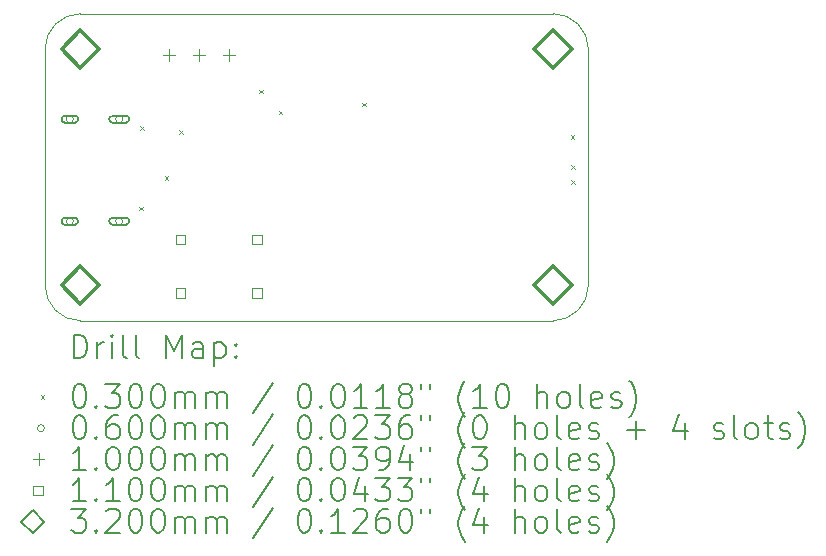
<source format=gbr>
%TF.GenerationSoftware,KiCad,Pcbnew,7.0.1*%
%TF.CreationDate,2024-01-08T11:02:27+00:00*%
%TF.ProjectId,module_test_rig,6d6f6475-6c65-45f7-9465-73745f726967,rev?*%
%TF.SameCoordinates,Original*%
%TF.FileFunction,Drillmap*%
%TF.FilePolarity,Positive*%
%FSLAX45Y45*%
G04 Gerber Fmt 4.5, Leading zero omitted, Abs format (unit mm)*
G04 Created by KiCad (PCBNEW 7.0.1) date 2024-01-08 11:02:27*
%MOMM*%
%LPD*%
G01*
G04 APERTURE LIST*
%ADD10C,0.100000*%
%ADD11C,0.200000*%
%ADD12C,0.030000*%
%ADD13C,0.060000*%
%ADD14C,0.110000*%
%ADD15C,0.320000*%
G04 APERTURE END LIST*
D10*
X17800000Y-7500000D02*
G75*
G03*
X17500000Y-7200000I-300000J0D01*
G01*
X13200000Y-9500000D02*
G75*
G03*
X13500000Y-9800000I300000J0D01*
G01*
X17500000Y-7200000D02*
X13500000Y-7200000D01*
X13500000Y-7200000D02*
G75*
G03*
X13200000Y-7500000I0J-300000D01*
G01*
X17500000Y-9800000D02*
G75*
G03*
X17800000Y-9500000I0J300000D01*
G01*
X13500000Y-9800000D02*
X17500000Y-9800000D01*
X17800000Y-9500000D02*
X17800000Y-7500000D01*
X13200000Y-7500000D02*
X13200000Y-9500000D01*
D11*
D12*
X13995000Y-8835000D02*
X14025000Y-8865000D01*
X14025000Y-8835000D02*
X13995000Y-8865000D01*
X14005000Y-8155000D02*
X14035000Y-8185000D01*
X14035000Y-8155000D02*
X14005000Y-8185000D01*
X14215000Y-8575000D02*
X14245000Y-8605000D01*
X14245000Y-8575000D02*
X14215000Y-8605000D01*
X14335000Y-8185000D02*
X14365000Y-8215000D01*
X14365000Y-8185000D02*
X14335000Y-8215000D01*
X15015000Y-7845000D02*
X15045000Y-7875000D01*
X15045000Y-7845000D02*
X15015000Y-7875000D01*
X15180000Y-8020000D02*
X15210000Y-8050000D01*
X15210000Y-8020000D02*
X15180000Y-8050000D01*
X15885000Y-7955000D02*
X15915000Y-7985000D01*
X15915000Y-7955000D02*
X15885000Y-7985000D01*
X17651000Y-8231000D02*
X17681000Y-8261000D01*
X17681000Y-8231000D02*
X17651000Y-8261000D01*
X17655000Y-8485000D02*
X17685000Y-8515000D01*
X17685000Y-8485000D02*
X17655000Y-8515000D01*
X17655000Y-8612000D02*
X17685000Y-8642000D01*
X17685000Y-8612000D02*
X17655000Y-8642000D01*
D13*
X13440000Y-8092500D02*
G75*
G03*
X13440000Y-8092500I-30000J0D01*
G01*
D11*
X13450000Y-8062500D02*
X13370000Y-8062500D01*
X13370000Y-8062500D02*
G75*
G03*
X13370000Y-8122500I0J-30000D01*
G01*
X13370000Y-8122500D02*
X13450000Y-8122500D01*
X13450000Y-8122500D02*
G75*
G03*
X13450000Y-8062500I0J30000D01*
G01*
D13*
X13440000Y-8957500D02*
G75*
G03*
X13440000Y-8957500I-30000J0D01*
G01*
D11*
X13450000Y-8927500D02*
X13370000Y-8927500D01*
X13370000Y-8927500D02*
G75*
G03*
X13370000Y-8987500I0J-30000D01*
G01*
X13370000Y-8987500D02*
X13450000Y-8987500D01*
X13450000Y-8987500D02*
G75*
G03*
X13450000Y-8927500I0J30000D01*
G01*
D13*
X13857000Y-8092500D02*
G75*
G03*
X13857000Y-8092500I-30000J0D01*
G01*
D11*
X13882000Y-8062500D02*
X13772000Y-8062500D01*
X13772000Y-8062500D02*
G75*
G03*
X13772000Y-8122500I0J-30000D01*
G01*
X13772000Y-8122500D02*
X13882000Y-8122500D01*
X13882000Y-8122500D02*
G75*
G03*
X13882000Y-8062500I0J30000D01*
G01*
D13*
X13857000Y-8957500D02*
G75*
G03*
X13857000Y-8957500I-30000J0D01*
G01*
D11*
X13882000Y-8927500D02*
X13772000Y-8927500D01*
X13772000Y-8927500D02*
G75*
G03*
X13772000Y-8987500I0J-30000D01*
G01*
X13772000Y-8987500D02*
X13882000Y-8987500D01*
X13882000Y-8987500D02*
G75*
G03*
X13882000Y-8927500I0J30000D01*
G01*
D10*
X14250000Y-7500000D02*
X14250000Y-7600000D01*
X14200000Y-7550000D02*
X14300000Y-7550000D01*
X14504000Y-7500000D02*
X14504000Y-7600000D01*
X14454000Y-7550000D02*
X14554000Y-7550000D01*
X14758000Y-7500000D02*
X14758000Y-7600000D01*
X14708000Y-7550000D02*
X14808000Y-7550000D01*
D14*
X14383891Y-9153891D02*
X14383891Y-9076109D01*
X14306109Y-9076109D01*
X14306109Y-9153891D01*
X14383891Y-9153891D01*
X14383891Y-9603891D02*
X14383891Y-9526109D01*
X14306109Y-9526109D01*
X14306109Y-9603891D01*
X14383891Y-9603891D01*
X15033891Y-9153891D02*
X15033891Y-9076109D01*
X14956109Y-9076109D01*
X14956109Y-9153891D01*
X15033891Y-9153891D01*
X15033891Y-9603891D02*
X15033891Y-9526109D01*
X14956109Y-9526109D01*
X14956109Y-9603891D01*
X15033891Y-9603891D01*
D15*
X13500000Y-7660000D02*
X13660000Y-7500000D01*
X13500000Y-7340000D01*
X13340000Y-7500000D01*
X13500000Y-7660000D01*
X13500000Y-9660000D02*
X13660000Y-9500000D01*
X13500000Y-9340000D01*
X13340000Y-9500000D01*
X13500000Y-9660000D01*
X17500000Y-7660000D02*
X17660000Y-7500000D01*
X17500000Y-7340000D01*
X17340000Y-7500000D01*
X17500000Y-7660000D01*
X17500000Y-9660000D02*
X17660000Y-9500000D01*
X17500000Y-9340000D01*
X17340000Y-9500000D01*
X17500000Y-9660000D01*
D11*
X13442619Y-10117524D02*
X13442619Y-9917524D01*
X13442619Y-9917524D02*
X13490238Y-9917524D01*
X13490238Y-9917524D02*
X13518809Y-9927048D01*
X13518809Y-9927048D02*
X13537857Y-9946095D01*
X13537857Y-9946095D02*
X13547381Y-9965143D01*
X13547381Y-9965143D02*
X13556905Y-10003238D01*
X13556905Y-10003238D02*
X13556905Y-10031810D01*
X13556905Y-10031810D02*
X13547381Y-10069905D01*
X13547381Y-10069905D02*
X13537857Y-10088952D01*
X13537857Y-10088952D02*
X13518809Y-10108000D01*
X13518809Y-10108000D02*
X13490238Y-10117524D01*
X13490238Y-10117524D02*
X13442619Y-10117524D01*
X13642619Y-10117524D02*
X13642619Y-9984190D01*
X13642619Y-10022286D02*
X13652143Y-10003238D01*
X13652143Y-10003238D02*
X13661667Y-9993714D01*
X13661667Y-9993714D02*
X13680714Y-9984190D01*
X13680714Y-9984190D02*
X13699762Y-9984190D01*
X13766428Y-10117524D02*
X13766428Y-9984190D01*
X13766428Y-9917524D02*
X13756905Y-9927048D01*
X13756905Y-9927048D02*
X13766428Y-9936571D01*
X13766428Y-9936571D02*
X13775952Y-9927048D01*
X13775952Y-9927048D02*
X13766428Y-9917524D01*
X13766428Y-9917524D02*
X13766428Y-9936571D01*
X13890238Y-10117524D02*
X13871190Y-10108000D01*
X13871190Y-10108000D02*
X13861667Y-10088952D01*
X13861667Y-10088952D02*
X13861667Y-9917524D01*
X13995000Y-10117524D02*
X13975952Y-10108000D01*
X13975952Y-10108000D02*
X13966428Y-10088952D01*
X13966428Y-10088952D02*
X13966428Y-9917524D01*
X14223571Y-10117524D02*
X14223571Y-9917524D01*
X14223571Y-9917524D02*
X14290238Y-10060381D01*
X14290238Y-10060381D02*
X14356905Y-9917524D01*
X14356905Y-9917524D02*
X14356905Y-10117524D01*
X14537857Y-10117524D02*
X14537857Y-10012762D01*
X14537857Y-10012762D02*
X14528333Y-9993714D01*
X14528333Y-9993714D02*
X14509286Y-9984190D01*
X14509286Y-9984190D02*
X14471190Y-9984190D01*
X14471190Y-9984190D02*
X14452143Y-9993714D01*
X14537857Y-10108000D02*
X14518809Y-10117524D01*
X14518809Y-10117524D02*
X14471190Y-10117524D01*
X14471190Y-10117524D02*
X14452143Y-10108000D01*
X14452143Y-10108000D02*
X14442619Y-10088952D01*
X14442619Y-10088952D02*
X14442619Y-10069905D01*
X14442619Y-10069905D02*
X14452143Y-10050857D01*
X14452143Y-10050857D02*
X14471190Y-10041333D01*
X14471190Y-10041333D02*
X14518809Y-10041333D01*
X14518809Y-10041333D02*
X14537857Y-10031810D01*
X14633095Y-9984190D02*
X14633095Y-10184190D01*
X14633095Y-9993714D02*
X14652143Y-9984190D01*
X14652143Y-9984190D02*
X14690238Y-9984190D01*
X14690238Y-9984190D02*
X14709286Y-9993714D01*
X14709286Y-9993714D02*
X14718809Y-10003238D01*
X14718809Y-10003238D02*
X14728333Y-10022286D01*
X14728333Y-10022286D02*
X14728333Y-10079429D01*
X14728333Y-10079429D02*
X14718809Y-10098476D01*
X14718809Y-10098476D02*
X14709286Y-10108000D01*
X14709286Y-10108000D02*
X14690238Y-10117524D01*
X14690238Y-10117524D02*
X14652143Y-10117524D01*
X14652143Y-10117524D02*
X14633095Y-10108000D01*
X14814048Y-10098476D02*
X14823571Y-10108000D01*
X14823571Y-10108000D02*
X14814048Y-10117524D01*
X14814048Y-10117524D02*
X14804524Y-10108000D01*
X14804524Y-10108000D02*
X14814048Y-10098476D01*
X14814048Y-10098476D02*
X14814048Y-10117524D01*
X14814048Y-9993714D02*
X14823571Y-10003238D01*
X14823571Y-10003238D02*
X14814048Y-10012762D01*
X14814048Y-10012762D02*
X14804524Y-10003238D01*
X14804524Y-10003238D02*
X14814048Y-9993714D01*
X14814048Y-9993714D02*
X14814048Y-10012762D01*
D12*
X13165000Y-10430000D02*
X13195000Y-10460000D01*
X13195000Y-10430000D02*
X13165000Y-10460000D01*
D11*
X13480714Y-10337524D02*
X13499762Y-10337524D01*
X13499762Y-10337524D02*
X13518809Y-10347048D01*
X13518809Y-10347048D02*
X13528333Y-10356571D01*
X13528333Y-10356571D02*
X13537857Y-10375619D01*
X13537857Y-10375619D02*
X13547381Y-10413714D01*
X13547381Y-10413714D02*
X13547381Y-10461333D01*
X13547381Y-10461333D02*
X13537857Y-10499429D01*
X13537857Y-10499429D02*
X13528333Y-10518476D01*
X13528333Y-10518476D02*
X13518809Y-10528000D01*
X13518809Y-10528000D02*
X13499762Y-10537524D01*
X13499762Y-10537524D02*
X13480714Y-10537524D01*
X13480714Y-10537524D02*
X13461667Y-10528000D01*
X13461667Y-10528000D02*
X13452143Y-10518476D01*
X13452143Y-10518476D02*
X13442619Y-10499429D01*
X13442619Y-10499429D02*
X13433095Y-10461333D01*
X13433095Y-10461333D02*
X13433095Y-10413714D01*
X13433095Y-10413714D02*
X13442619Y-10375619D01*
X13442619Y-10375619D02*
X13452143Y-10356571D01*
X13452143Y-10356571D02*
X13461667Y-10347048D01*
X13461667Y-10347048D02*
X13480714Y-10337524D01*
X13633095Y-10518476D02*
X13642619Y-10528000D01*
X13642619Y-10528000D02*
X13633095Y-10537524D01*
X13633095Y-10537524D02*
X13623571Y-10528000D01*
X13623571Y-10528000D02*
X13633095Y-10518476D01*
X13633095Y-10518476D02*
X13633095Y-10537524D01*
X13709286Y-10337524D02*
X13833095Y-10337524D01*
X13833095Y-10337524D02*
X13766428Y-10413714D01*
X13766428Y-10413714D02*
X13795000Y-10413714D01*
X13795000Y-10413714D02*
X13814048Y-10423238D01*
X13814048Y-10423238D02*
X13823571Y-10432762D01*
X13823571Y-10432762D02*
X13833095Y-10451810D01*
X13833095Y-10451810D02*
X13833095Y-10499429D01*
X13833095Y-10499429D02*
X13823571Y-10518476D01*
X13823571Y-10518476D02*
X13814048Y-10528000D01*
X13814048Y-10528000D02*
X13795000Y-10537524D01*
X13795000Y-10537524D02*
X13737857Y-10537524D01*
X13737857Y-10537524D02*
X13718809Y-10528000D01*
X13718809Y-10528000D02*
X13709286Y-10518476D01*
X13956905Y-10337524D02*
X13975952Y-10337524D01*
X13975952Y-10337524D02*
X13995000Y-10347048D01*
X13995000Y-10347048D02*
X14004524Y-10356571D01*
X14004524Y-10356571D02*
X14014048Y-10375619D01*
X14014048Y-10375619D02*
X14023571Y-10413714D01*
X14023571Y-10413714D02*
X14023571Y-10461333D01*
X14023571Y-10461333D02*
X14014048Y-10499429D01*
X14014048Y-10499429D02*
X14004524Y-10518476D01*
X14004524Y-10518476D02*
X13995000Y-10528000D01*
X13995000Y-10528000D02*
X13975952Y-10537524D01*
X13975952Y-10537524D02*
X13956905Y-10537524D01*
X13956905Y-10537524D02*
X13937857Y-10528000D01*
X13937857Y-10528000D02*
X13928333Y-10518476D01*
X13928333Y-10518476D02*
X13918809Y-10499429D01*
X13918809Y-10499429D02*
X13909286Y-10461333D01*
X13909286Y-10461333D02*
X13909286Y-10413714D01*
X13909286Y-10413714D02*
X13918809Y-10375619D01*
X13918809Y-10375619D02*
X13928333Y-10356571D01*
X13928333Y-10356571D02*
X13937857Y-10347048D01*
X13937857Y-10347048D02*
X13956905Y-10337524D01*
X14147381Y-10337524D02*
X14166429Y-10337524D01*
X14166429Y-10337524D02*
X14185476Y-10347048D01*
X14185476Y-10347048D02*
X14195000Y-10356571D01*
X14195000Y-10356571D02*
X14204524Y-10375619D01*
X14204524Y-10375619D02*
X14214048Y-10413714D01*
X14214048Y-10413714D02*
X14214048Y-10461333D01*
X14214048Y-10461333D02*
X14204524Y-10499429D01*
X14204524Y-10499429D02*
X14195000Y-10518476D01*
X14195000Y-10518476D02*
X14185476Y-10528000D01*
X14185476Y-10528000D02*
X14166429Y-10537524D01*
X14166429Y-10537524D02*
X14147381Y-10537524D01*
X14147381Y-10537524D02*
X14128333Y-10528000D01*
X14128333Y-10528000D02*
X14118809Y-10518476D01*
X14118809Y-10518476D02*
X14109286Y-10499429D01*
X14109286Y-10499429D02*
X14099762Y-10461333D01*
X14099762Y-10461333D02*
X14099762Y-10413714D01*
X14099762Y-10413714D02*
X14109286Y-10375619D01*
X14109286Y-10375619D02*
X14118809Y-10356571D01*
X14118809Y-10356571D02*
X14128333Y-10347048D01*
X14128333Y-10347048D02*
X14147381Y-10337524D01*
X14299762Y-10537524D02*
X14299762Y-10404190D01*
X14299762Y-10423238D02*
X14309286Y-10413714D01*
X14309286Y-10413714D02*
X14328333Y-10404190D01*
X14328333Y-10404190D02*
X14356905Y-10404190D01*
X14356905Y-10404190D02*
X14375952Y-10413714D01*
X14375952Y-10413714D02*
X14385476Y-10432762D01*
X14385476Y-10432762D02*
X14385476Y-10537524D01*
X14385476Y-10432762D02*
X14395000Y-10413714D01*
X14395000Y-10413714D02*
X14414048Y-10404190D01*
X14414048Y-10404190D02*
X14442619Y-10404190D01*
X14442619Y-10404190D02*
X14461667Y-10413714D01*
X14461667Y-10413714D02*
X14471190Y-10432762D01*
X14471190Y-10432762D02*
X14471190Y-10537524D01*
X14566429Y-10537524D02*
X14566429Y-10404190D01*
X14566429Y-10423238D02*
X14575952Y-10413714D01*
X14575952Y-10413714D02*
X14595000Y-10404190D01*
X14595000Y-10404190D02*
X14623571Y-10404190D01*
X14623571Y-10404190D02*
X14642619Y-10413714D01*
X14642619Y-10413714D02*
X14652143Y-10432762D01*
X14652143Y-10432762D02*
X14652143Y-10537524D01*
X14652143Y-10432762D02*
X14661667Y-10413714D01*
X14661667Y-10413714D02*
X14680714Y-10404190D01*
X14680714Y-10404190D02*
X14709286Y-10404190D01*
X14709286Y-10404190D02*
X14728333Y-10413714D01*
X14728333Y-10413714D02*
X14737857Y-10432762D01*
X14737857Y-10432762D02*
X14737857Y-10537524D01*
X15128333Y-10328000D02*
X14956905Y-10585143D01*
X15385476Y-10337524D02*
X15404524Y-10337524D01*
X15404524Y-10337524D02*
X15423572Y-10347048D01*
X15423572Y-10347048D02*
X15433095Y-10356571D01*
X15433095Y-10356571D02*
X15442619Y-10375619D01*
X15442619Y-10375619D02*
X15452143Y-10413714D01*
X15452143Y-10413714D02*
X15452143Y-10461333D01*
X15452143Y-10461333D02*
X15442619Y-10499429D01*
X15442619Y-10499429D02*
X15433095Y-10518476D01*
X15433095Y-10518476D02*
X15423572Y-10528000D01*
X15423572Y-10528000D02*
X15404524Y-10537524D01*
X15404524Y-10537524D02*
X15385476Y-10537524D01*
X15385476Y-10537524D02*
X15366429Y-10528000D01*
X15366429Y-10528000D02*
X15356905Y-10518476D01*
X15356905Y-10518476D02*
X15347381Y-10499429D01*
X15347381Y-10499429D02*
X15337857Y-10461333D01*
X15337857Y-10461333D02*
X15337857Y-10413714D01*
X15337857Y-10413714D02*
X15347381Y-10375619D01*
X15347381Y-10375619D02*
X15356905Y-10356571D01*
X15356905Y-10356571D02*
X15366429Y-10347048D01*
X15366429Y-10347048D02*
X15385476Y-10337524D01*
X15537857Y-10518476D02*
X15547381Y-10528000D01*
X15547381Y-10528000D02*
X15537857Y-10537524D01*
X15537857Y-10537524D02*
X15528333Y-10528000D01*
X15528333Y-10528000D02*
X15537857Y-10518476D01*
X15537857Y-10518476D02*
X15537857Y-10537524D01*
X15671191Y-10337524D02*
X15690238Y-10337524D01*
X15690238Y-10337524D02*
X15709286Y-10347048D01*
X15709286Y-10347048D02*
X15718810Y-10356571D01*
X15718810Y-10356571D02*
X15728333Y-10375619D01*
X15728333Y-10375619D02*
X15737857Y-10413714D01*
X15737857Y-10413714D02*
X15737857Y-10461333D01*
X15737857Y-10461333D02*
X15728333Y-10499429D01*
X15728333Y-10499429D02*
X15718810Y-10518476D01*
X15718810Y-10518476D02*
X15709286Y-10528000D01*
X15709286Y-10528000D02*
X15690238Y-10537524D01*
X15690238Y-10537524D02*
X15671191Y-10537524D01*
X15671191Y-10537524D02*
X15652143Y-10528000D01*
X15652143Y-10528000D02*
X15642619Y-10518476D01*
X15642619Y-10518476D02*
X15633095Y-10499429D01*
X15633095Y-10499429D02*
X15623572Y-10461333D01*
X15623572Y-10461333D02*
X15623572Y-10413714D01*
X15623572Y-10413714D02*
X15633095Y-10375619D01*
X15633095Y-10375619D02*
X15642619Y-10356571D01*
X15642619Y-10356571D02*
X15652143Y-10347048D01*
X15652143Y-10347048D02*
X15671191Y-10337524D01*
X15928333Y-10537524D02*
X15814048Y-10537524D01*
X15871191Y-10537524D02*
X15871191Y-10337524D01*
X15871191Y-10337524D02*
X15852143Y-10366095D01*
X15852143Y-10366095D02*
X15833095Y-10385143D01*
X15833095Y-10385143D02*
X15814048Y-10394667D01*
X16118810Y-10537524D02*
X16004524Y-10537524D01*
X16061667Y-10537524D02*
X16061667Y-10337524D01*
X16061667Y-10337524D02*
X16042619Y-10366095D01*
X16042619Y-10366095D02*
X16023572Y-10385143D01*
X16023572Y-10385143D02*
X16004524Y-10394667D01*
X16233095Y-10423238D02*
X16214048Y-10413714D01*
X16214048Y-10413714D02*
X16204524Y-10404190D01*
X16204524Y-10404190D02*
X16195000Y-10385143D01*
X16195000Y-10385143D02*
X16195000Y-10375619D01*
X16195000Y-10375619D02*
X16204524Y-10356571D01*
X16204524Y-10356571D02*
X16214048Y-10347048D01*
X16214048Y-10347048D02*
X16233095Y-10337524D01*
X16233095Y-10337524D02*
X16271191Y-10337524D01*
X16271191Y-10337524D02*
X16290238Y-10347048D01*
X16290238Y-10347048D02*
X16299762Y-10356571D01*
X16299762Y-10356571D02*
X16309286Y-10375619D01*
X16309286Y-10375619D02*
X16309286Y-10385143D01*
X16309286Y-10385143D02*
X16299762Y-10404190D01*
X16299762Y-10404190D02*
X16290238Y-10413714D01*
X16290238Y-10413714D02*
X16271191Y-10423238D01*
X16271191Y-10423238D02*
X16233095Y-10423238D01*
X16233095Y-10423238D02*
X16214048Y-10432762D01*
X16214048Y-10432762D02*
X16204524Y-10442286D01*
X16204524Y-10442286D02*
X16195000Y-10461333D01*
X16195000Y-10461333D02*
X16195000Y-10499429D01*
X16195000Y-10499429D02*
X16204524Y-10518476D01*
X16204524Y-10518476D02*
X16214048Y-10528000D01*
X16214048Y-10528000D02*
X16233095Y-10537524D01*
X16233095Y-10537524D02*
X16271191Y-10537524D01*
X16271191Y-10537524D02*
X16290238Y-10528000D01*
X16290238Y-10528000D02*
X16299762Y-10518476D01*
X16299762Y-10518476D02*
X16309286Y-10499429D01*
X16309286Y-10499429D02*
X16309286Y-10461333D01*
X16309286Y-10461333D02*
X16299762Y-10442286D01*
X16299762Y-10442286D02*
X16290238Y-10432762D01*
X16290238Y-10432762D02*
X16271191Y-10423238D01*
X16385476Y-10337524D02*
X16385476Y-10375619D01*
X16461667Y-10337524D02*
X16461667Y-10375619D01*
X16756905Y-10613714D02*
X16747381Y-10604190D01*
X16747381Y-10604190D02*
X16728334Y-10575619D01*
X16728334Y-10575619D02*
X16718810Y-10556571D01*
X16718810Y-10556571D02*
X16709286Y-10528000D01*
X16709286Y-10528000D02*
X16699762Y-10480381D01*
X16699762Y-10480381D02*
X16699762Y-10442286D01*
X16699762Y-10442286D02*
X16709286Y-10394667D01*
X16709286Y-10394667D02*
X16718810Y-10366095D01*
X16718810Y-10366095D02*
X16728334Y-10347048D01*
X16728334Y-10347048D02*
X16747381Y-10318476D01*
X16747381Y-10318476D02*
X16756905Y-10308952D01*
X16937857Y-10537524D02*
X16823572Y-10537524D01*
X16880715Y-10537524D02*
X16880715Y-10337524D01*
X16880715Y-10337524D02*
X16861667Y-10366095D01*
X16861667Y-10366095D02*
X16842619Y-10385143D01*
X16842619Y-10385143D02*
X16823572Y-10394667D01*
X17061667Y-10337524D02*
X17080715Y-10337524D01*
X17080715Y-10337524D02*
X17099762Y-10347048D01*
X17099762Y-10347048D02*
X17109286Y-10356571D01*
X17109286Y-10356571D02*
X17118810Y-10375619D01*
X17118810Y-10375619D02*
X17128334Y-10413714D01*
X17128334Y-10413714D02*
X17128334Y-10461333D01*
X17128334Y-10461333D02*
X17118810Y-10499429D01*
X17118810Y-10499429D02*
X17109286Y-10518476D01*
X17109286Y-10518476D02*
X17099762Y-10528000D01*
X17099762Y-10528000D02*
X17080715Y-10537524D01*
X17080715Y-10537524D02*
X17061667Y-10537524D01*
X17061667Y-10537524D02*
X17042619Y-10528000D01*
X17042619Y-10528000D02*
X17033096Y-10518476D01*
X17033096Y-10518476D02*
X17023572Y-10499429D01*
X17023572Y-10499429D02*
X17014048Y-10461333D01*
X17014048Y-10461333D02*
X17014048Y-10413714D01*
X17014048Y-10413714D02*
X17023572Y-10375619D01*
X17023572Y-10375619D02*
X17033096Y-10356571D01*
X17033096Y-10356571D02*
X17042619Y-10347048D01*
X17042619Y-10347048D02*
X17061667Y-10337524D01*
X17366429Y-10537524D02*
X17366429Y-10337524D01*
X17452143Y-10537524D02*
X17452143Y-10432762D01*
X17452143Y-10432762D02*
X17442619Y-10413714D01*
X17442619Y-10413714D02*
X17423572Y-10404190D01*
X17423572Y-10404190D02*
X17395000Y-10404190D01*
X17395000Y-10404190D02*
X17375953Y-10413714D01*
X17375953Y-10413714D02*
X17366429Y-10423238D01*
X17575953Y-10537524D02*
X17556905Y-10528000D01*
X17556905Y-10528000D02*
X17547381Y-10518476D01*
X17547381Y-10518476D02*
X17537858Y-10499429D01*
X17537858Y-10499429D02*
X17537858Y-10442286D01*
X17537858Y-10442286D02*
X17547381Y-10423238D01*
X17547381Y-10423238D02*
X17556905Y-10413714D01*
X17556905Y-10413714D02*
X17575953Y-10404190D01*
X17575953Y-10404190D02*
X17604524Y-10404190D01*
X17604524Y-10404190D02*
X17623572Y-10413714D01*
X17623572Y-10413714D02*
X17633096Y-10423238D01*
X17633096Y-10423238D02*
X17642619Y-10442286D01*
X17642619Y-10442286D02*
X17642619Y-10499429D01*
X17642619Y-10499429D02*
X17633096Y-10518476D01*
X17633096Y-10518476D02*
X17623572Y-10528000D01*
X17623572Y-10528000D02*
X17604524Y-10537524D01*
X17604524Y-10537524D02*
X17575953Y-10537524D01*
X17756905Y-10537524D02*
X17737858Y-10528000D01*
X17737858Y-10528000D02*
X17728334Y-10508952D01*
X17728334Y-10508952D02*
X17728334Y-10337524D01*
X17909286Y-10528000D02*
X17890239Y-10537524D01*
X17890239Y-10537524D02*
X17852143Y-10537524D01*
X17852143Y-10537524D02*
X17833096Y-10528000D01*
X17833096Y-10528000D02*
X17823572Y-10508952D01*
X17823572Y-10508952D02*
X17823572Y-10432762D01*
X17823572Y-10432762D02*
X17833096Y-10413714D01*
X17833096Y-10413714D02*
X17852143Y-10404190D01*
X17852143Y-10404190D02*
X17890239Y-10404190D01*
X17890239Y-10404190D02*
X17909286Y-10413714D01*
X17909286Y-10413714D02*
X17918810Y-10432762D01*
X17918810Y-10432762D02*
X17918810Y-10451810D01*
X17918810Y-10451810D02*
X17823572Y-10470857D01*
X17995000Y-10528000D02*
X18014048Y-10537524D01*
X18014048Y-10537524D02*
X18052143Y-10537524D01*
X18052143Y-10537524D02*
X18071191Y-10528000D01*
X18071191Y-10528000D02*
X18080715Y-10508952D01*
X18080715Y-10508952D02*
X18080715Y-10499429D01*
X18080715Y-10499429D02*
X18071191Y-10480381D01*
X18071191Y-10480381D02*
X18052143Y-10470857D01*
X18052143Y-10470857D02*
X18023572Y-10470857D01*
X18023572Y-10470857D02*
X18004524Y-10461333D01*
X18004524Y-10461333D02*
X17995000Y-10442286D01*
X17995000Y-10442286D02*
X17995000Y-10432762D01*
X17995000Y-10432762D02*
X18004524Y-10413714D01*
X18004524Y-10413714D02*
X18023572Y-10404190D01*
X18023572Y-10404190D02*
X18052143Y-10404190D01*
X18052143Y-10404190D02*
X18071191Y-10413714D01*
X18147381Y-10613714D02*
X18156905Y-10604190D01*
X18156905Y-10604190D02*
X18175953Y-10575619D01*
X18175953Y-10575619D02*
X18185477Y-10556571D01*
X18185477Y-10556571D02*
X18195000Y-10528000D01*
X18195000Y-10528000D02*
X18204524Y-10480381D01*
X18204524Y-10480381D02*
X18204524Y-10442286D01*
X18204524Y-10442286D02*
X18195000Y-10394667D01*
X18195000Y-10394667D02*
X18185477Y-10366095D01*
X18185477Y-10366095D02*
X18175953Y-10347048D01*
X18175953Y-10347048D02*
X18156905Y-10318476D01*
X18156905Y-10318476D02*
X18147381Y-10308952D01*
D13*
X13195000Y-10709000D02*
G75*
G03*
X13195000Y-10709000I-30000J0D01*
G01*
D11*
X13480714Y-10601524D02*
X13499762Y-10601524D01*
X13499762Y-10601524D02*
X13518809Y-10611048D01*
X13518809Y-10611048D02*
X13528333Y-10620571D01*
X13528333Y-10620571D02*
X13537857Y-10639619D01*
X13537857Y-10639619D02*
X13547381Y-10677714D01*
X13547381Y-10677714D02*
X13547381Y-10725333D01*
X13547381Y-10725333D02*
X13537857Y-10763429D01*
X13537857Y-10763429D02*
X13528333Y-10782476D01*
X13528333Y-10782476D02*
X13518809Y-10792000D01*
X13518809Y-10792000D02*
X13499762Y-10801524D01*
X13499762Y-10801524D02*
X13480714Y-10801524D01*
X13480714Y-10801524D02*
X13461667Y-10792000D01*
X13461667Y-10792000D02*
X13452143Y-10782476D01*
X13452143Y-10782476D02*
X13442619Y-10763429D01*
X13442619Y-10763429D02*
X13433095Y-10725333D01*
X13433095Y-10725333D02*
X13433095Y-10677714D01*
X13433095Y-10677714D02*
X13442619Y-10639619D01*
X13442619Y-10639619D02*
X13452143Y-10620571D01*
X13452143Y-10620571D02*
X13461667Y-10611048D01*
X13461667Y-10611048D02*
X13480714Y-10601524D01*
X13633095Y-10782476D02*
X13642619Y-10792000D01*
X13642619Y-10792000D02*
X13633095Y-10801524D01*
X13633095Y-10801524D02*
X13623571Y-10792000D01*
X13623571Y-10792000D02*
X13633095Y-10782476D01*
X13633095Y-10782476D02*
X13633095Y-10801524D01*
X13814048Y-10601524D02*
X13775952Y-10601524D01*
X13775952Y-10601524D02*
X13756905Y-10611048D01*
X13756905Y-10611048D02*
X13747381Y-10620571D01*
X13747381Y-10620571D02*
X13728333Y-10649143D01*
X13728333Y-10649143D02*
X13718809Y-10687238D01*
X13718809Y-10687238D02*
X13718809Y-10763429D01*
X13718809Y-10763429D02*
X13728333Y-10782476D01*
X13728333Y-10782476D02*
X13737857Y-10792000D01*
X13737857Y-10792000D02*
X13756905Y-10801524D01*
X13756905Y-10801524D02*
X13795000Y-10801524D01*
X13795000Y-10801524D02*
X13814048Y-10792000D01*
X13814048Y-10792000D02*
X13823571Y-10782476D01*
X13823571Y-10782476D02*
X13833095Y-10763429D01*
X13833095Y-10763429D02*
X13833095Y-10715810D01*
X13833095Y-10715810D02*
X13823571Y-10696762D01*
X13823571Y-10696762D02*
X13814048Y-10687238D01*
X13814048Y-10687238D02*
X13795000Y-10677714D01*
X13795000Y-10677714D02*
X13756905Y-10677714D01*
X13756905Y-10677714D02*
X13737857Y-10687238D01*
X13737857Y-10687238D02*
X13728333Y-10696762D01*
X13728333Y-10696762D02*
X13718809Y-10715810D01*
X13956905Y-10601524D02*
X13975952Y-10601524D01*
X13975952Y-10601524D02*
X13995000Y-10611048D01*
X13995000Y-10611048D02*
X14004524Y-10620571D01*
X14004524Y-10620571D02*
X14014048Y-10639619D01*
X14014048Y-10639619D02*
X14023571Y-10677714D01*
X14023571Y-10677714D02*
X14023571Y-10725333D01*
X14023571Y-10725333D02*
X14014048Y-10763429D01*
X14014048Y-10763429D02*
X14004524Y-10782476D01*
X14004524Y-10782476D02*
X13995000Y-10792000D01*
X13995000Y-10792000D02*
X13975952Y-10801524D01*
X13975952Y-10801524D02*
X13956905Y-10801524D01*
X13956905Y-10801524D02*
X13937857Y-10792000D01*
X13937857Y-10792000D02*
X13928333Y-10782476D01*
X13928333Y-10782476D02*
X13918809Y-10763429D01*
X13918809Y-10763429D02*
X13909286Y-10725333D01*
X13909286Y-10725333D02*
X13909286Y-10677714D01*
X13909286Y-10677714D02*
X13918809Y-10639619D01*
X13918809Y-10639619D02*
X13928333Y-10620571D01*
X13928333Y-10620571D02*
X13937857Y-10611048D01*
X13937857Y-10611048D02*
X13956905Y-10601524D01*
X14147381Y-10601524D02*
X14166429Y-10601524D01*
X14166429Y-10601524D02*
X14185476Y-10611048D01*
X14185476Y-10611048D02*
X14195000Y-10620571D01*
X14195000Y-10620571D02*
X14204524Y-10639619D01*
X14204524Y-10639619D02*
X14214048Y-10677714D01*
X14214048Y-10677714D02*
X14214048Y-10725333D01*
X14214048Y-10725333D02*
X14204524Y-10763429D01*
X14204524Y-10763429D02*
X14195000Y-10782476D01*
X14195000Y-10782476D02*
X14185476Y-10792000D01*
X14185476Y-10792000D02*
X14166429Y-10801524D01*
X14166429Y-10801524D02*
X14147381Y-10801524D01*
X14147381Y-10801524D02*
X14128333Y-10792000D01*
X14128333Y-10792000D02*
X14118809Y-10782476D01*
X14118809Y-10782476D02*
X14109286Y-10763429D01*
X14109286Y-10763429D02*
X14099762Y-10725333D01*
X14099762Y-10725333D02*
X14099762Y-10677714D01*
X14099762Y-10677714D02*
X14109286Y-10639619D01*
X14109286Y-10639619D02*
X14118809Y-10620571D01*
X14118809Y-10620571D02*
X14128333Y-10611048D01*
X14128333Y-10611048D02*
X14147381Y-10601524D01*
X14299762Y-10801524D02*
X14299762Y-10668190D01*
X14299762Y-10687238D02*
X14309286Y-10677714D01*
X14309286Y-10677714D02*
X14328333Y-10668190D01*
X14328333Y-10668190D02*
X14356905Y-10668190D01*
X14356905Y-10668190D02*
X14375952Y-10677714D01*
X14375952Y-10677714D02*
X14385476Y-10696762D01*
X14385476Y-10696762D02*
X14385476Y-10801524D01*
X14385476Y-10696762D02*
X14395000Y-10677714D01*
X14395000Y-10677714D02*
X14414048Y-10668190D01*
X14414048Y-10668190D02*
X14442619Y-10668190D01*
X14442619Y-10668190D02*
X14461667Y-10677714D01*
X14461667Y-10677714D02*
X14471190Y-10696762D01*
X14471190Y-10696762D02*
X14471190Y-10801524D01*
X14566429Y-10801524D02*
X14566429Y-10668190D01*
X14566429Y-10687238D02*
X14575952Y-10677714D01*
X14575952Y-10677714D02*
X14595000Y-10668190D01*
X14595000Y-10668190D02*
X14623571Y-10668190D01*
X14623571Y-10668190D02*
X14642619Y-10677714D01*
X14642619Y-10677714D02*
X14652143Y-10696762D01*
X14652143Y-10696762D02*
X14652143Y-10801524D01*
X14652143Y-10696762D02*
X14661667Y-10677714D01*
X14661667Y-10677714D02*
X14680714Y-10668190D01*
X14680714Y-10668190D02*
X14709286Y-10668190D01*
X14709286Y-10668190D02*
X14728333Y-10677714D01*
X14728333Y-10677714D02*
X14737857Y-10696762D01*
X14737857Y-10696762D02*
X14737857Y-10801524D01*
X15128333Y-10592000D02*
X14956905Y-10849143D01*
X15385476Y-10601524D02*
X15404524Y-10601524D01*
X15404524Y-10601524D02*
X15423572Y-10611048D01*
X15423572Y-10611048D02*
X15433095Y-10620571D01*
X15433095Y-10620571D02*
X15442619Y-10639619D01*
X15442619Y-10639619D02*
X15452143Y-10677714D01*
X15452143Y-10677714D02*
X15452143Y-10725333D01*
X15452143Y-10725333D02*
X15442619Y-10763429D01*
X15442619Y-10763429D02*
X15433095Y-10782476D01*
X15433095Y-10782476D02*
X15423572Y-10792000D01*
X15423572Y-10792000D02*
X15404524Y-10801524D01*
X15404524Y-10801524D02*
X15385476Y-10801524D01*
X15385476Y-10801524D02*
X15366429Y-10792000D01*
X15366429Y-10792000D02*
X15356905Y-10782476D01*
X15356905Y-10782476D02*
X15347381Y-10763429D01*
X15347381Y-10763429D02*
X15337857Y-10725333D01*
X15337857Y-10725333D02*
X15337857Y-10677714D01*
X15337857Y-10677714D02*
X15347381Y-10639619D01*
X15347381Y-10639619D02*
X15356905Y-10620571D01*
X15356905Y-10620571D02*
X15366429Y-10611048D01*
X15366429Y-10611048D02*
X15385476Y-10601524D01*
X15537857Y-10782476D02*
X15547381Y-10792000D01*
X15547381Y-10792000D02*
X15537857Y-10801524D01*
X15537857Y-10801524D02*
X15528333Y-10792000D01*
X15528333Y-10792000D02*
X15537857Y-10782476D01*
X15537857Y-10782476D02*
X15537857Y-10801524D01*
X15671191Y-10601524D02*
X15690238Y-10601524D01*
X15690238Y-10601524D02*
X15709286Y-10611048D01*
X15709286Y-10611048D02*
X15718810Y-10620571D01*
X15718810Y-10620571D02*
X15728333Y-10639619D01*
X15728333Y-10639619D02*
X15737857Y-10677714D01*
X15737857Y-10677714D02*
X15737857Y-10725333D01*
X15737857Y-10725333D02*
X15728333Y-10763429D01*
X15728333Y-10763429D02*
X15718810Y-10782476D01*
X15718810Y-10782476D02*
X15709286Y-10792000D01*
X15709286Y-10792000D02*
X15690238Y-10801524D01*
X15690238Y-10801524D02*
X15671191Y-10801524D01*
X15671191Y-10801524D02*
X15652143Y-10792000D01*
X15652143Y-10792000D02*
X15642619Y-10782476D01*
X15642619Y-10782476D02*
X15633095Y-10763429D01*
X15633095Y-10763429D02*
X15623572Y-10725333D01*
X15623572Y-10725333D02*
X15623572Y-10677714D01*
X15623572Y-10677714D02*
X15633095Y-10639619D01*
X15633095Y-10639619D02*
X15642619Y-10620571D01*
X15642619Y-10620571D02*
X15652143Y-10611048D01*
X15652143Y-10611048D02*
X15671191Y-10601524D01*
X15814048Y-10620571D02*
X15823572Y-10611048D01*
X15823572Y-10611048D02*
X15842619Y-10601524D01*
X15842619Y-10601524D02*
X15890238Y-10601524D01*
X15890238Y-10601524D02*
X15909286Y-10611048D01*
X15909286Y-10611048D02*
X15918810Y-10620571D01*
X15918810Y-10620571D02*
X15928333Y-10639619D01*
X15928333Y-10639619D02*
X15928333Y-10658667D01*
X15928333Y-10658667D02*
X15918810Y-10687238D01*
X15918810Y-10687238D02*
X15804524Y-10801524D01*
X15804524Y-10801524D02*
X15928333Y-10801524D01*
X15995000Y-10601524D02*
X16118810Y-10601524D01*
X16118810Y-10601524D02*
X16052143Y-10677714D01*
X16052143Y-10677714D02*
X16080714Y-10677714D01*
X16080714Y-10677714D02*
X16099762Y-10687238D01*
X16099762Y-10687238D02*
X16109286Y-10696762D01*
X16109286Y-10696762D02*
X16118810Y-10715810D01*
X16118810Y-10715810D02*
X16118810Y-10763429D01*
X16118810Y-10763429D02*
X16109286Y-10782476D01*
X16109286Y-10782476D02*
X16099762Y-10792000D01*
X16099762Y-10792000D02*
X16080714Y-10801524D01*
X16080714Y-10801524D02*
X16023572Y-10801524D01*
X16023572Y-10801524D02*
X16004524Y-10792000D01*
X16004524Y-10792000D02*
X15995000Y-10782476D01*
X16290238Y-10601524D02*
X16252143Y-10601524D01*
X16252143Y-10601524D02*
X16233095Y-10611048D01*
X16233095Y-10611048D02*
X16223572Y-10620571D01*
X16223572Y-10620571D02*
X16204524Y-10649143D01*
X16204524Y-10649143D02*
X16195000Y-10687238D01*
X16195000Y-10687238D02*
X16195000Y-10763429D01*
X16195000Y-10763429D02*
X16204524Y-10782476D01*
X16204524Y-10782476D02*
X16214048Y-10792000D01*
X16214048Y-10792000D02*
X16233095Y-10801524D01*
X16233095Y-10801524D02*
X16271191Y-10801524D01*
X16271191Y-10801524D02*
X16290238Y-10792000D01*
X16290238Y-10792000D02*
X16299762Y-10782476D01*
X16299762Y-10782476D02*
X16309286Y-10763429D01*
X16309286Y-10763429D02*
X16309286Y-10715810D01*
X16309286Y-10715810D02*
X16299762Y-10696762D01*
X16299762Y-10696762D02*
X16290238Y-10687238D01*
X16290238Y-10687238D02*
X16271191Y-10677714D01*
X16271191Y-10677714D02*
X16233095Y-10677714D01*
X16233095Y-10677714D02*
X16214048Y-10687238D01*
X16214048Y-10687238D02*
X16204524Y-10696762D01*
X16204524Y-10696762D02*
X16195000Y-10715810D01*
X16385476Y-10601524D02*
X16385476Y-10639619D01*
X16461667Y-10601524D02*
X16461667Y-10639619D01*
X16756905Y-10877714D02*
X16747381Y-10868190D01*
X16747381Y-10868190D02*
X16728334Y-10839619D01*
X16728334Y-10839619D02*
X16718810Y-10820571D01*
X16718810Y-10820571D02*
X16709286Y-10792000D01*
X16709286Y-10792000D02*
X16699762Y-10744381D01*
X16699762Y-10744381D02*
X16699762Y-10706286D01*
X16699762Y-10706286D02*
X16709286Y-10658667D01*
X16709286Y-10658667D02*
X16718810Y-10630095D01*
X16718810Y-10630095D02*
X16728334Y-10611048D01*
X16728334Y-10611048D02*
X16747381Y-10582476D01*
X16747381Y-10582476D02*
X16756905Y-10572952D01*
X16871191Y-10601524D02*
X16890238Y-10601524D01*
X16890238Y-10601524D02*
X16909286Y-10611048D01*
X16909286Y-10611048D02*
X16918810Y-10620571D01*
X16918810Y-10620571D02*
X16928334Y-10639619D01*
X16928334Y-10639619D02*
X16937857Y-10677714D01*
X16937857Y-10677714D02*
X16937857Y-10725333D01*
X16937857Y-10725333D02*
X16928334Y-10763429D01*
X16928334Y-10763429D02*
X16918810Y-10782476D01*
X16918810Y-10782476D02*
X16909286Y-10792000D01*
X16909286Y-10792000D02*
X16890238Y-10801524D01*
X16890238Y-10801524D02*
X16871191Y-10801524D01*
X16871191Y-10801524D02*
X16852143Y-10792000D01*
X16852143Y-10792000D02*
X16842619Y-10782476D01*
X16842619Y-10782476D02*
X16833096Y-10763429D01*
X16833096Y-10763429D02*
X16823572Y-10725333D01*
X16823572Y-10725333D02*
X16823572Y-10677714D01*
X16823572Y-10677714D02*
X16833096Y-10639619D01*
X16833096Y-10639619D02*
X16842619Y-10620571D01*
X16842619Y-10620571D02*
X16852143Y-10611048D01*
X16852143Y-10611048D02*
X16871191Y-10601524D01*
X17175953Y-10801524D02*
X17175953Y-10601524D01*
X17261667Y-10801524D02*
X17261667Y-10696762D01*
X17261667Y-10696762D02*
X17252143Y-10677714D01*
X17252143Y-10677714D02*
X17233096Y-10668190D01*
X17233096Y-10668190D02*
X17204524Y-10668190D01*
X17204524Y-10668190D02*
X17185477Y-10677714D01*
X17185477Y-10677714D02*
X17175953Y-10687238D01*
X17385477Y-10801524D02*
X17366429Y-10792000D01*
X17366429Y-10792000D02*
X17356905Y-10782476D01*
X17356905Y-10782476D02*
X17347381Y-10763429D01*
X17347381Y-10763429D02*
X17347381Y-10706286D01*
X17347381Y-10706286D02*
X17356905Y-10687238D01*
X17356905Y-10687238D02*
X17366429Y-10677714D01*
X17366429Y-10677714D02*
X17385477Y-10668190D01*
X17385477Y-10668190D02*
X17414048Y-10668190D01*
X17414048Y-10668190D02*
X17433096Y-10677714D01*
X17433096Y-10677714D02*
X17442619Y-10687238D01*
X17442619Y-10687238D02*
X17452143Y-10706286D01*
X17452143Y-10706286D02*
X17452143Y-10763429D01*
X17452143Y-10763429D02*
X17442619Y-10782476D01*
X17442619Y-10782476D02*
X17433096Y-10792000D01*
X17433096Y-10792000D02*
X17414048Y-10801524D01*
X17414048Y-10801524D02*
X17385477Y-10801524D01*
X17566429Y-10801524D02*
X17547381Y-10792000D01*
X17547381Y-10792000D02*
X17537858Y-10772952D01*
X17537858Y-10772952D02*
X17537858Y-10601524D01*
X17718810Y-10792000D02*
X17699762Y-10801524D01*
X17699762Y-10801524D02*
X17661667Y-10801524D01*
X17661667Y-10801524D02*
X17642619Y-10792000D01*
X17642619Y-10792000D02*
X17633096Y-10772952D01*
X17633096Y-10772952D02*
X17633096Y-10696762D01*
X17633096Y-10696762D02*
X17642619Y-10677714D01*
X17642619Y-10677714D02*
X17661667Y-10668190D01*
X17661667Y-10668190D02*
X17699762Y-10668190D01*
X17699762Y-10668190D02*
X17718810Y-10677714D01*
X17718810Y-10677714D02*
X17728334Y-10696762D01*
X17728334Y-10696762D02*
X17728334Y-10715810D01*
X17728334Y-10715810D02*
X17633096Y-10734857D01*
X17804524Y-10792000D02*
X17823572Y-10801524D01*
X17823572Y-10801524D02*
X17861667Y-10801524D01*
X17861667Y-10801524D02*
X17880715Y-10792000D01*
X17880715Y-10792000D02*
X17890239Y-10772952D01*
X17890239Y-10772952D02*
X17890239Y-10763429D01*
X17890239Y-10763429D02*
X17880715Y-10744381D01*
X17880715Y-10744381D02*
X17861667Y-10734857D01*
X17861667Y-10734857D02*
X17833096Y-10734857D01*
X17833096Y-10734857D02*
X17814048Y-10725333D01*
X17814048Y-10725333D02*
X17804524Y-10706286D01*
X17804524Y-10706286D02*
X17804524Y-10696762D01*
X17804524Y-10696762D02*
X17814048Y-10677714D01*
X17814048Y-10677714D02*
X17833096Y-10668190D01*
X17833096Y-10668190D02*
X17861667Y-10668190D01*
X17861667Y-10668190D02*
X17880715Y-10677714D01*
X18128334Y-10725333D02*
X18280715Y-10725333D01*
X18204524Y-10801524D02*
X18204524Y-10649143D01*
X18614048Y-10668190D02*
X18614048Y-10801524D01*
X18566429Y-10592000D02*
X18518810Y-10734857D01*
X18518810Y-10734857D02*
X18642620Y-10734857D01*
X18861667Y-10792000D02*
X18880715Y-10801524D01*
X18880715Y-10801524D02*
X18918810Y-10801524D01*
X18918810Y-10801524D02*
X18937858Y-10792000D01*
X18937858Y-10792000D02*
X18947382Y-10772952D01*
X18947382Y-10772952D02*
X18947382Y-10763429D01*
X18947382Y-10763429D02*
X18937858Y-10744381D01*
X18937858Y-10744381D02*
X18918810Y-10734857D01*
X18918810Y-10734857D02*
X18890239Y-10734857D01*
X18890239Y-10734857D02*
X18871191Y-10725333D01*
X18871191Y-10725333D02*
X18861667Y-10706286D01*
X18861667Y-10706286D02*
X18861667Y-10696762D01*
X18861667Y-10696762D02*
X18871191Y-10677714D01*
X18871191Y-10677714D02*
X18890239Y-10668190D01*
X18890239Y-10668190D02*
X18918810Y-10668190D01*
X18918810Y-10668190D02*
X18937858Y-10677714D01*
X19061667Y-10801524D02*
X19042620Y-10792000D01*
X19042620Y-10792000D02*
X19033096Y-10772952D01*
X19033096Y-10772952D02*
X19033096Y-10601524D01*
X19166429Y-10801524D02*
X19147382Y-10792000D01*
X19147382Y-10792000D02*
X19137858Y-10782476D01*
X19137858Y-10782476D02*
X19128334Y-10763429D01*
X19128334Y-10763429D02*
X19128334Y-10706286D01*
X19128334Y-10706286D02*
X19137858Y-10687238D01*
X19137858Y-10687238D02*
X19147382Y-10677714D01*
X19147382Y-10677714D02*
X19166429Y-10668190D01*
X19166429Y-10668190D02*
X19195001Y-10668190D01*
X19195001Y-10668190D02*
X19214048Y-10677714D01*
X19214048Y-10677714D02*
X19223572Y-10687238D01*
X19223572Y-10687238D02*
X19233096Y-10706286D01*
X19233096Y-10706286D02*
X19233096Y-10763429D01*
X19233096Y-10763429D02*
X19223572Y-10782476D01*
X19223572Y-10782476D02*
X19214048Y-10792000D01*
X19214048Y-10792000D02*
X19195001Y-10801524D01*
X19195001Y-10801524D02*
X19166429Y-10801524D01*
X19290239Y-10668190D02*
X19366429Y-10668190D01*
X19318810Y-10601524D02*
X19318810Y-10772952D01*
X19318810Y-10772952D02*
X19328334Y-10792000D01*
X19328334Y-10792000D02*
X19347382Y-10801524D01*
X19347382Y-10801524D02*
X19366429Y-10801524D01*
X19423572Y-10792000D02*
X19442620Y-10801524D01*
X19442620Y-10801524D02*
X19480715Y-10801524D01*
X19480715Y-10801524D02*
X19499763Y-10792000D01*
X19499763Y-10792000D02*
X19509286Y-10772952D01*
X19509286Y-10772952D02*
X19509286Y-10763429D01*
X19509286Y-10763429D02*
X19499763Y-10744381D01*
X19499763Y-10744381D02*
X19480715Y-10734857D01*
X19480715Y-10734857D02*
X19452143Y-10734857D01*
X19452143Y-10734857D02*
X19433096Y-10725333D01*
X19433096Y-10725333D02*
X19423572Y-10706286D01*
X19423572Y-10706286D02*
X19423572Y-10696762D01*
X19423572Y-10696762D02*
X19433096Y-10677714D01*
X19433096Y-10677714D02*
X19452143Y-10668190D01*
X19452143Y-10668190D02*
X19480715Y-10668190D01*
X19480715Y-10668190D02*
X19499763Y-10677714D01*
X19575953Y-10877714D02*
X19585477Y-10868190D01*
X19585477Y-10868190D02*
X19604524Y-10839619D01*
X19604524Y-10839619D02*
X19614048Y-10820571D01*
X19614048Y-10820571D02*
X19623572Y-10792000D01*
X19623572Y-10792000D02*
X19633096Y-10744381D01*
X19633096Y-10744381D02*
X19633096Y-10706286D01*
X19633096Y-10706286D02*
X19623572Y-10658667D01*
X19623572Y-10658667D02*
X19614048Y-10630095D01*
X19614048Y-10630095D02*
X19604524Y-10611048D01*
X19604524Y-10611048D02*
X19585477Y-10582476D01*
X19585477Y-10582476D02*
X19575953Y-10572952D01*
D10*
X13145000Y-10923000D02*
X13145000Y-11023000D01*
X13095000Y-10973000D02*
X13195000Y-10973000D01*
D11*
X13547381Y-11065524D02*
X13433095Y-11065524D01*
X13490238Y-11065524D02*
X13490238Y-10865524D01*
X13490238Y-10865524D02*
X13471190Y-10894095D01*
X13471190Y-10894095D02*
X13452143Y-10913143D01*
X13452143Y-10913143D02*
X13433095Y-10922667D01*
X13633095Y-11046476D02*
X13642619Y-11056000D01*
X13642619Y-11056000D02*
X13633095Y-11065524D01*
X13633095Y-11065524D02*
X13623571Y-11056000D01*
X13623571Y-11056000D02*
X13633095Y-11046476D01*
X13633095Y-11046476D02*
X13633095Y-11065524D01*
X13766428Y-10865524D02*
X13785476Y-10865524D01*
X13785476Y-10865524D02*
X13804524Y-10875048D01*
X13804524Y-10875048D02*
X13814048Y-10884571D01*
X13814048Y-10884571D02*
X13823571Y-10903619D01*
X13823571Y-10903619D02*
X13833095Y-10941714D01*
X13833095Y-10941714D02*
X13833095Y-10989333D01*
X13833095Y-10989333D02*
X13823571Y-11027429D01*
X13823571Y-11027429D02*
X13814048Y-11046476D01*
X13814048Y-11046476D02*
X13804524Y-11056000D01*
X13804524Y-11056000D02*
X13785476Y-11065524D01*
X13785476Y-11065524D02*
X13766428Y-11065524D01*
X13766428Y-11065524D02*
X13747381Y-11056000D01*
X13747381Y-11056000D02*
X13737857Y-11046476D01*
X13737857Y-11046476D02*
X13728333Y-11027429D01*
X13728333Y-11027429D02*
X13718809Y-10989333D01*
X13718809Y-10989333D02*
X13718809Y-10941714D01*
X13718809Y-10941714D02*
X13728333Y-10903619D01*
X13728333Y-10903619D02*
X13737857Y-10884571D01*
X13737857Y-10884571D02*
X13747381Y-10875048D01*
X13747381Y-10875048D02*
X13766428Y-10865524D01*
X13956905Y-10865524D02*
X13975952Y-10865524D01*
X13975952Y-10865524D02*
X13995000Y-10875048D01*
X13995000Y-10875048D02*
X14004524Y-10884571D01*
X14004524Y-10884571D02*
X14014048Y-10903619D01*
X14014048Y-10903619D02*
X14023571Y-10941714D01*
X14023571Y-10941714D02*
X14023571Y-10989333D01*
X14023571Y-10989333D02*
X14014048Y-11027429D01*
X14014048Y-11027429D02*
X14004524Y-11046476D01*
X14004524Y-11046476D02*
X13995000Y-11056000D01*
X13995000Y-11056000D02*
X13975952Y-11065524D01*
X13975952Y-11065524D02*
X13956905Y-11065524D01*
X13956905Y-11065524D02*
X13937857Y-11056000D01*
X13937857Y-11056000D02*
X13928333Y-11046476D01*
X13928333Y-11046476D02*
X13918809Y-11027429D01*
X13918809Y-11027429D02*
X13909286Y-10989333D01*
X13909286Y-10989333D02*
X13909286Y-10941714D01*
X13909286Y-10941714D02*
X13918809Y-10903619D01*
X13918809Y-10903619D02*
X13928333Y-10884571D01*
X13928333Y-10884571D02*
X13937857Y-10875048D01*
X13937857Y-10875048D02*
X13956905Y-10865524D01*
X14147381Y-10865524D02*
X14166429Y-10865524D01*
X14166429Y-10865524D02*
X14185476Y-10875048D01*
X14185476Y-10875048D02*
X14195000Y-10884571D01*
X14195000Y-10884571D02*
X14204524Y-10903619D01*
X14204524Y-10903619D02*
X14214048Y-10941714D01*
X14214048Y-10941714D02*
X14214048Y-10989333D01*
X14214048Y-10989333D02*
X14204524Y-11027429D01*
X14204524Y-11027429D02*
X14195000Y-11046476D01*
X14195000Y-11046476D02*
X14185476Y-11056000D01*
X14185476Y-11056000D02*
X14166429Y-11065524D01*
X14166429Y-11065524D02*
X14147381Y-11065524D01*
X14147381Y-11065524D02*
X14128333Y-11056000D01*
X14128333Y-11056000D02*
X14118809Y-11046476D01*
X14118809Y-11046476D02*
X14109286Y-11027429D01*
X14109286Y-11027429D02*
X14099762Y-10989333D01*
X14099762Y-10989333D02*
X14099762Y-10941714D01*
X14099762Y-10941714D02*
X14109286Y-10903619D01*
X14109286Y-10903619D02*
X14118809Y-10884571D01*
X14118809Y-10884571D02*
X14128333Y-10875048D01*
X14128333Y-10875048D02*
X14147381Y-10865524D01*
X14299762Y-11065524D02*
X14299762Y-10932190D01*
X14299762Y-10951238D02*
X14309286Y-10941714D01*
X14309286Y-10941714D02*
X14328333Y-10932190D01*
X14328333Y-10932190D02*
X14356905Y-10932190D01*
X14356905Y-10932190D02*
X14375952Y-10941714D01*
X14375952Y-10941714D02*
X14385476Y-10960762D01*
X14385476Y-10960762D02*
X14385476Y-11065524D01*
X14385476Y-10960762D02*
X14395000Y-10941714D01*
X14395000Y-10941714D02*
X14414048Y-10932190D01*
X14414048Y-10932190D02*
X14442619Y-10932190D01*
X14442619Y-10932190D02*
X14461667Y-10941714D01*
X14461667Y-10941714D02*
X14471190Y-10960762D01*
X14471190Y-10960762D02*
X14471190Y-11065524D01*
X14566429Y-11065524D02*
X14566429Y-10932190D01*
X14566429Y-10951238D02*
X14575952Y-10941714D01*
X14575952Y-10941714D02*
X14595000Y-10932190D01*
X14595000Y-10932190D02*
X14623571Y-10932190D01*
X14623571Y-10932190D02*
X14642619Y-10941714D01*
X14642619Y-10941714D02*
X14652143Y-10960762D01*
X14652143Y-10960762D02*
X14652143Y-11065524D01*
X14652143Y-10960762D02*
X14661667Y-10941714D01*
X14661667Y-10941714D02*
X14680714Y-10932190D01*
X14680714Y-10932190D02*
X14709286Y-10932190D01*
X14709286Y-10932190D02*
X14728333Y-10941714D01*
X14728333Y-10941714D02*
X14737857Y-10960762D01*
X14737857Y-10960762D02*
X14737857Y-11065524D01*
X15128333Y-10856000D02*
X14956905Y-11113143D01*
X15385476Y-10865524D02*
X15404524Y-10865524D01*
X15404524Y-10865524D02*
X15423572Y-10875048D01*
X15423572Y-10875048D02*
X15433095Y-10884571D01*
X15433095Y-10884571D02*
X15442619Y-10903619D01*
X15442619Y-10903619D02*
X15452143Y-10941714D01*
X15452143Y-10941714D02*
X15452143Y-10989333D01*
X15452143Y-10989333D02*
X15442619Y-11027429D01*
X15442619Y-11027429D02*
X15433095Y-11046476D01*
X15433095Y-11046476D02*
X15423572Y-11056000D01*
X15423572Y-11056000D02*
X15404524Y-11065524D01*
X15404524Y-11065524D02*
X15385476Y-11065524D01*
X15385476Y-11065524D02*
X15366429Y-11056000D01*
X15366429Y-11056000D02*
X15356905Y-11046476D01*
X15356905Y-11046476D02*
X15347381Y-11027429D01*
X15347381Y-11027429D02*
X15337857Y-10989333D01*
X15337857Y-10989333D02*
X15337857Y-10941714D01*
X15337857Y-10941714D02*
X15347381Y-10903619D01*
X15347381Y-10903619D02*
X15356905Y-10884571D01*
X15356905Y-10884571D02*
X15366429Y-10875048D01*
X15366429Y-10875048D02*
X15385476Y-10865524D01*
X15537857Y-11046476D02*
X15547381Y-11056000D01*
X15547381Y-11056000D02*
X15537857Y-11065524D01*
X15537857Y-11065524D02*
X15528333Y-11056000D01*
X15528333Y-11056000D02*
X15537857Y-11046476D01*
X15537857Y-11046476D02*
X15537857Y-11065524D01*
X15671191Y-10865524D02*
X15690238Y-10865524D01*
X15690238Y-10865524D02*
X15709286Y-10875048D01*
X15709286Y-10875048D02*
X15718810Y-10884571D01*
X15718810Y-10884571D02*
X15728333Y-10903619D01*
X15728333Y-10903619D02*
X15737857Y-10941714D01*
X15737857Y-10941714D02*
X15737857Y-10989333D01*
X15737857Y-10989333D02*
X15728333Y-11027429D01*
X15728333Y-11027429D02*
X15718810Y-11046476D01*
X15718810Y-11046476D02*
X15709286Y-11056000D01*
X15709286Y-11056000D02*
X15690238Y-11065524D01*
X15690238Y-11065524D02*
X15671191Y-11065524D01*
X15671191Y-11065524D02*
X15652143Y-11056000D01*
X15652143Y-11056000D02*
X15642619Y-11046476D01*
X15642619Y-11046476D02*
X15633095Y-11027429D01*
X15633095Y-11027429D02*
X15623572Y-10989333D01*
X15623572Y-10989333D02*
X15623572Y-10941714D01*
X15623572Y-10941714D02*
X15633095Y-10903619D01*
X15633095Y-10903619D02*
X15642619Y-10884571D01*
X15642619Y-10884571D02*
X15652143Y-10875048D01*
X15652143Y-10875048D02*
X15671191Y-10865524D01*
X15804524Y-10865524D02*
X15928333Y-10865524D01*
X15928333Y-10865524D02*
X15861667Y-10941714D01*
X15861667Y-10941714D02*
X15890238Y-10941714D01*
X15890238Y-10941714D02*
X15909286Y-10951238D01*
X15909286Y-10951238D02*
X15918810Y-10960762D01*
X15918810Y-10960762D02*
X15928333Y-10979810D01*
X15928333Y-10979810D02*
X15928333Y-11027429D01*
X15928333Y-11027429D02*
X15918810Y-11046476D01*
X15918810Y-11046476D02*
X15909286Y-11056000D01*
X15909286Y-11056000D02*
X15890238Y-11065524D01*
X15890238Y-11065524D02*
X15833095Y-11065524D01*
X15833095Y-11065524D02*
X15814048Y-11056000D01*
X15814048Y-11056000D02*
X15804524Y-11046476D01*
X16023572Y-11065524D02*
X16061667Y-11065524D01*
X16061667Y-11065524D02*
X16080714Y-11056000D01*
X16080714Y-11056000D02*
X16090238Y-11046476D01*
X16090238Y-11046476D02*
X16109286Y-11017905D01*
X16109286Y-11017905D02*
X16118810Y-10979810D01*
X16118810Y-10979810D02*
X16118810Y-10903619D01*
X16118810Y-10903619D02*
X16109286Y-10884571D01*
X16109286Y-10884571D02*
X16099762Y-10875048D01*
X16099762Y-10875048D02*
X16080714Y-10865524D01*
X16080714Y-10865524D02*
X16042619Y-10865524D01*
X16042619Y-10865524D02*
X16023572Y-10875048D01*
X16023572Y-10875048D02*
X16014048Y-10884571D01*
X16014048Y-10884571D02*
X16004524Y-10903619D01*
X16004524Y-10903619D02*
X16004524Y-10951238D01*
X16004524Y-10951238D02*
X16014048Y-10970286D01*
X16014048Y-10970286D02*
X16023572Y-10979810D01*
X16023572Y-10979810D02*
X16042619Y-10989333D01*
X16042619Y-10989333D02*
X16080714Y-10989333D01*
X16080714Y-10989333D02*
X16099762Y-10979810D01*
X16099762Y-10979810D02*
X16109286Y-10970286D01*
X16109286Y-10970286D02*
X16118810Y-10951238D01*
X16290238Y-10932190D02*
X16290238Y-11065524D01*
X16242619Y-10856000D02*
X16195000Y-10998857D01*
X16195000Y-10998857D02*
X16318810Y-10998857D01*
X16385476Y-10865524D02*
X16385476Y-10903619D01*
X16461667Y-10865524D02*
X16461667Y-10903619D01*
X16756905Y-11141714D02*
X16747381Y-11132190D01*
X16747381Y-11132190D02*
X16728334Y-11103619D01*
X16728334Y-11103619D02*
X16718810Y-11084571D01*
X16718810Y-11084571D02*
X16709286Y-11056000D01*
X16709286Y-11056000D02*
X16699762Y-11008381D01*
X16699762Y-11008381D02*
X16699762Y-10970286D01*
X16699762Y-10970286D02*
X16709286Y-10922667D01*
X16709286Y-10922667D02*
X16718810Y-10894095D01*
X16718810Y-10894095D02*
X16728334Y-10875048D01*
X16728334Y-10875048D02*
X16747381Y-10846476D01*
X16747381Y-10846476D02*
X16756905Y-10836952D01*
X16814048Y-10865524D02*
X16937857Y-10865524D01*
X16937857Y-10865524D02*
X16871191Y-10941714D01*
X16871191Y-10941714D02*
X16899762Y-10941714D01*
X16899762Y-10941714D02*
X16918810Y-10951238D01*
X16918810Y-10951238D02*
X16928334Y-10960762D01*
X16928334Y-10960762D02*
X16937857Y-10979810D01*
X16937857Y-10979810D02*
X16937857Y-11027429D01*
X16937857Y-11027429D02*
X16928334Y-11046476D01*
X16928334Y-11046476D02*
X16918810Y-11056000D01*
X16918810Y-11056000D02*
X16899762Y-11065524D01*
X16899762Y-11065524D02*
X16842619Y-11065524D01*
X16842619Y-11065524D02*
X16823572Y-11056000D01*
X16823572Y-11056000D02*
X16814048Y-11046476D01*
X17175953Y-11065524D02*
X17175953Y-10865524D01*
X17261667Y-11065524D02*
X17261667Y-10960762D01*
X17261667Y-10960762D02*
X17252143Y-10941714D01*
X17252143Y-10941714D02*
X17233096Y-10932190D01*
X17233096Y-10932190D02*
X17204524Y-10932190D01*
X17204524Y-10932190D02*
X17185477Y-10941714D01*
X17185477Y-10941714D02*
X17175953Y-10951238D01*
X17385477Y-11065524D02*
X17366429Y-11056000D01*
X17366429Y-11056000D02*
X17356905Y-11046476D01*
X17356905Y-11046476D02*
X17347381Y-11027429D01*
X17347381Y-11027429D02*
X17347381Y-10970286D01*
X17347381Y-10970286D02*
X17356905Y-10951238D01*
X17356905Y-10951238D02*
X17366429Y-10941714D01*
X17366429Y-10941714D02*
X17385477Y-10932190D01*
X17385477Y-10932190D02*
X17414048Y-10932190D01*
X17414048Y-10932190D02*
X17433096Y-10941714D01*
X17433096Y-10941714D02*
X17442619Y-10951238D01*
X17442619Y-10951238D02*
X17452143Y-10970286D01*
X17452143Y-10970286D02*
X17452143Y-11027429D01*
X17452143Y-11027429D02*
X17442619Y-11046476D01*
X17442619Y-11046476D02*
X17433096Y-11056000D01*
X17433096Y-11056000D02*
X17414048Y-11065524D01*
X17414048Y-11065524D02*
X17385477Y-11065524D01*
X17566429Y-11065524D02*
X17547381Y-11056000D01*
X17547381Y-11056000D02*
X17537858Y-11036952D01*
X17537858Y-11036952D02*
X17537858Y-10865524D01*
X17718810Y-11056000D02*
X17699762Y-11065524D01*
X17699762Y-11065524D02*
X17661667Y-11065524D01*
X17661667Y-11065524D02*
X17642619Y-11056000D01*
X17642619Y-11056000D02*
X17633096Y-11036952D01*
X17633096Y-11036952D02*
X17633096Y-10960762D01*
X17633096Y-10960762D02*
X17642619Y-10941714D01*
X17642619Y-10941714D02*
X17661667Y-10932190D01*
X17661667Y-10932190D02*
X17699762Y-10932190D01*
X17699762Y-10932190D02*
X17718810Y-10941714D01*
X17718810Y-10941714D02*
X17728334Y-10960762D01*
X17728334Y-10960762D02*
X17728334Y-10979810D01*
X17728334Y-10979810D02*
X17633096Y-10998857D01*
X17804524Y-11056000D02*
X17823572Y-11065524D01*
X17823572Y-11065524D02*
X17861667Y-11065524D01*
X17861667Y-11065524D02*
X17880715Y-11056000D01*
X17880715Y-11056000D02*
X17890239Y-11036952D01*
X17890239Y-11036952D02*
X17890239Y-11027429D01*
X17890239Y-11027429D02*
X17880715Y-11008381D01*
X17880715Y-11008381D02*
X17861667Y-10998857D01*
X17861667Y-10998857D02*
X17833096Y-10998857D01*
X17833096Y-10998857D02*
X17814048Y-10989333D01*
X17814048Y-10989333D02*
X17804524Y-10970286D01*
X17804524Y-10970286D02*
X17804524Y-10960762D01*
X17804524Y-10960762D02*
X17814048Y-10941714D01*
X17814048Y-10941714D02*
X17833096Y-10932190D01*
X17833096Y-10932190D02*
X17861667Y-10932190D01*
X17861667Y-10932190D02*
X17880715Y-10941714D01*
X17956905Y-11141714D02*
X17966429Y-11132190D01*
X17966429Y-11132190D02*
X17985477Y-11103619D01*
X17985477Y-11103619D02*
X17995000Y-11084571D01*
X17995000Y-11084571D02*
X18004524Y-11056000D01*
X18004524Y-11056000D02*
X18014048Y-11008381D01*
X18014048Y-11008381D02*
X18014048Y-10970286D01*
X18014048Y-10970286D02*
X18004524Y-10922667D01*
X18004524Y-10922667D02*
X17995000Y-10894095D01*
X17995000Y-10894095D02*
X17985477Y-10875048D01*
X17985477Y-10875048D02*
X17966429Y-10846476D01*
X17966429Y-10846476D02*
X17956905Y-10836952D01*
D14*
X13178891Y-11275891D02*
X13178891Y-11198109D01*
X13101109Y-11198109D01*
X13101109Y-11275891D01*
X13178891Y-11275891D01*
D11*
X13547381Y-11329524D02*
X13433095Y-11329524D01*
X13490238Y-11329524D02*
X13490238Y-11129524D01*
X13490238Y-11129524D02*
X13471190Y-11158095D01*
X13471190Y-11158095D02*
X13452143Y-11177143D01*
X13452143Y-11177143D02*
X13433095Y-11186667D01*
X13633095Y-11310476D02*
X13642619Y-11320000D01*
X13642619Y-11320000D02*
X13633095Y-11329524D01*
X13633095Y-11329524D02*
X13623571Y-11320000D01*
X13623571Y-11320000D02*
X13633095Y-11310476D01*
X13633095Y-11310476D02*
X13633095Y-11329524D01*
X13833095Y-11329524D02*
X13718809Y-11329524D01*
X13775952Y-11329524D02*
X13775952Y-11129524D01*
X13775952Y-11129524D02*
X13756905Y-11158095D01*
X13756905Y-11158095D02*
X13737857Y-11177143D01*
X13737857Y-11177143D02*
X13718809Y-11186667D01*
X13956905Y-11129524D02*
X13975952Y-11129524D01*
X13975952Y-11129524D02*
X13995000Y-11139048D01*
X13995000Y-11139048D02*
X14004524Y-11148571D01*
X14004524Y-11148571D02*
X14014048Y-11167619D01*
X14014048Y-11167619D02*
X14023571Y-11205714D01*
X14023571Y-11205714D02*
X14023571Y-11253333D01*
X14023571Y-11253333D02*
X14014048Y-11291428D01*
X14014048Y-11291428D02*
X14004524Y-11310476D01*
X14004524Y-11310476D02*
X13995000Y-11320000D01*
X13995000Y-11320000D02*
X13975952Y-11329524D01*
X13975952Y-11329524D02*
X13956905Y-11329524D01*
X13956905Y-11329524D02*
X13937857Y-11320000D01*
X13937857Y-11320000D02*
X13928333Y-11310476D01*
X13928333Y-11310476D02*
X13918809Y-11291428D01*
X13918809Y-11291428D02*
X13909286Y-11253333D01*
X13909286Y-11253333D02*
X13909286Y-11205714D01*
X13909286Y-11205714D02*
X13918809Y-11167619D01*
X13918809Y-11167619D02*
X13928333Y-11148571D01*
X13928333Y-11148571D02*
X13937857Y-11139048D01*
X13937857Y-11139048D02*
X13956905Y-11129524D01*
X14147381Y-11129524D02*
X14166429Y-11129524D01*
X14166429Y-11129524D02*
X14185476Y-11139048D01*
X14185476Y-11139048D02*
X14195000Y-11148571D01*
X14195000Y-11148571D02*
X14204524Y-11167619D01*
X14204524Y-11167619D02*
X14214048Y-11205714D01*
X14214048Y-11205714D02*
X14214048Y-11253333D01*
X14214048Y-11253333D02*
X14204524Y-11291428D01*
X14204524Y-11291428D02*
X14195000Y-11310476D01*
X14195000Y-11310476D02*
X14185476Y-11320000D01*
X14185476Y-11320000D02*
X14166429Y-11329524D01*
X14166429Y-11329524D02*
X14147381Y-11329524D01*
X14147381Y-11329524D02*
X14128333Y-11320000D01*
X14128333Y-11320000D02*
X14118809Y-11310476D01*
X14118809Y-11310476D02*
X14109286Y-11291428D01*
X14109286Y-11291428D02*
X14099762Y-11253333D01*
X14099762Y-11253333D02*
X14099762Y-11205714D01*
X14099762Y-11205714D02*
X14109286Y-11167619D01*
X14109286Y-11167619D02*
X14118809Y-11148571D01*
X14118809Y-11148571D02*
X14128333Y-11139048D01*
X14128333Y-11139048D02*
X14147381Y-11129524D01*
X14299762Y-11329524D02*
X14299762Y-11196190D01*
X14299762Y-11215238D02*
X14309286Y-11205714D01*
X14309286Y-11205714D02*
X14328333Y-11196190D01*
X14328333Y-11196190D02*
X14356905Y-11196190D01*
X14356905Y-11196190D02*
X14375952Y-11205714D01*
X14375952Y-11205714D02*
X14385476Y-11224762D01*
X14385476Y-11224762D02*
X14385476Y-11329524D01*
X14385476Y-11224762D02*
X14395000Y-11205714D01*
X14395000Y-11205714D02*
X14414048Y-11196190D01*
X14414048Y-11196190D02*
X14442619Y-11196190D01*
X14442619Y-11196190D02*
X14461667Y-11205714D01*
X14461667Y-11205714D02*
X14471190Y-11224762D01*
X14471190Y-11224762D02*
X14471190Y-11329524D01*
X14566429Y-11329524D02*
X14566429Y-11196190D01*
X14566429Y-11215238D02*
X14575952Y-11205714D01*
X14575952Y-11205714D02*
X14595000Y-11196190D01*
X14595000Y-11196190D02*
X14623571Y-11196190D01*
X14623571Y-11196190D02*
X14642619Y-11205714D01*
X14642619Y-11205714D02*
X14652143Y-11224762D01*
X14652143Y-11224762D02*
X14652143Y-11329524D01*
X14652143Y-11224762D02*
X14661667Y-11205714D01*
X14661667Y-11205714D02*
X14680714Y-11196190D01*
X14680714Y-11196190D02*
X14709286Y-11196190D01*
X14709286Y-11196190D02*
X14728333Y-11205714D01*
X14728333Y-11205714D02*
X14737857Y-11224762D01*
X14737857Y-11224762D02*
X14737857Y-11329524D01*
X15128333Y-11120000D02*
X14956905Y-11377143D01*
X15385476Y-11129524D02*
X15404524Y-11129524D01*
X15404524Y-11129524D02*
X15423572Y-11139048D01*
X15423572Y-11139048D02*
X15433095Y-11148571D01*
X15433095Y-11148571D02*
X15442619Y-11167619D01*
X15442619Y-11167619D02*
X15452143Y-11205714D01*
X15452143Y-11205714D02*
X15452143Y-11253333D01*
X15452143Y-11253333D02*
X15442619Y-11291428D01*
X15442619Y-11291428D02*
X15433095Y-11310476D01*
X15433095Y-11310476D02*
X15423572Y-11320000D01*
X15423572Y-11320000D02*
X15404524Y-11329524D01*
X15404524Y-11329524D02*
X15385476Y-11329524D01*
X15385476Y-11329524D02*
X15366429Y-11320000D01*
X15366429Y-11320000D02*
X15356905Y-11310476D01*
X15356905Y-11310476D02*
X15347381Y-11291428D01*
X15347381Y-11291428D02*
X15337857Y-11253333D01*
X15337857Y-11253333D02*
X15337857Y-11205714D01*
X15337857Y-11205714D02*
X15347381Y-11167619D01*
X15347381Y-11167619D02*
X15356905Y-11148571D01*
X15356905Y-11148571D02*
X15366429Y-11139048D01*
X15366429Y-11139048D02*
X15385476Y-11129524D01*
X15537857Y-11310476D02*
X15547381Y-11320000D01*
X15547381Y-11320000D02*
X15537857Y-11329524D01*
X15537857Y-11329524D02*
X15528333Y-11320000D01*
X15528333Y-11320000D02*
X15537857Y-11310476D01*
X15537857Y-11310476D02*
X15537857Y-11329524D01*
X15671191Y-11129524D02*
X15690238Y-11129524D01*
X15690238Y-11129524D02*
X15709286Y-11139048D01*
X15709286Y-11139048D02*
X15718810Y-11148571D01*
X15718810Y-11148571D02*
X15728333Y-11167619D01*
X15728333Y-11167619D02*
X15737857Y-11205714D01*
X15737857Y-11205714D02*
X15737857Y-11253333D01*
X15737857Y-11253333D02*
X15728333Y-11291428D01*
X15728333Y-11291428D02*
X15718810Y-11310476D01*
X15718810Y-11310476D02*
X15709286Y-11320000D01*
X15709286Y-11320000D02*
X15690238Y-11329524D01*
X15690238Y-11329524D02*
X15671191Y-11329524D01*
X15671191Y-11329524D02*
X15652143Y-11320000D01*
X15652143Y-11320000D02*
X15642619Y-11310476D01*
X15642619Y-11310476D02*
X15633095Y-11291428D01*
X15633095Y-11291428D02*
X15623572Y-11253333D01*
X15623572Y-11253333D02*
X15623572Y-11205714D01*
X15623572Y-11205714D02*
X15633095Y-11167619D01*
X15633095Y-11167619D02*
X15642619Y-11148571D01*
X15642619Y-11148571D02*
X15652143Y-11139048D01*
X15652143Y-11139048D02*
X15671191Y-11129524D01*
X15909286Y-11196190D02*
X15909286Y-11329524D01*
X15861667Y-11120000D02*
X15814048Y-11262857D01*
X15814048Y-11262857D02*
X15937857Y-11262857D01*
X15995000Y-11129524D02*
X16118810Y-11129524D01*
X16118810Y-11129524D02*
X16052143Y-11205714D01*
X16052143Y-11205714D02*
X16080714Y-11205714D01*
X16080714Y-11205714D02*
X16099762Y-11215238D01*
X16099762Y-11215238D02*
X16109286Y-11224762D01*
X16109286Y-11224762D02*
X16118810Y-11243809D01*
X16118810Y-11243809D02*
X16118810Y-11291428D01*
X16118810Y-11291428D02*
X16109286Y-11310476D01*
X16109286Y-11310476D02*
X16099762Y-11320000D01*
X16099762Y-11320000D02*
X16080714Y-11329524D01*
X16080714Y-11329524D02*
X16023572Y-11329524D01*
X16023572Y-11329524D02*
X16004524Y-11320000D01*
X16004524Y-11320000D02*
X15995000Y-11310476D01*
X16185476Y-11129524D02*
X16309286Y-11129524D01*
X16309286Y-11129524D02*
X16242619Y-11205714D01*
X16242619Y-11205714D02*
X16271191Y-11205714D01*
X16271191Y-11205714D02*
X16290238Y-11215238D01*
X16290238Y-11215238D02*
X16299762Y-11224762D01*
X16299762Y-11224762D02*
X16309286Y-11243809D01*
X16309286Y-11243809D02*
X16309286Y-11291428D01*
X16309286Y-11291428D02*
X16299762Y-11310476D01*
X16299762Y-11310476D02*
X16290238Y-11320000D01*
X16290238Y-11320000D02*
X16271191Y-11329524D01*
X16271191Y-11329524D02*
X16214048Y-11329524D01*
X16214048Y-11329524D02*
X16195000Y-11320000D01*
X16195000Y-11320000D02*
X16185476Y-11310476D01*
X16385476Y-11129524D02*
X16385476Y-11167619D01*
X16461667Y-11129524D02*
X16461667Y-11167619D01*
X16756905Y-11405714D02*
X16747381Y-11396190D01*
X16747381Y-11396190D02*
X16728334Y-11367619D01*
X16728334Y-11367619D02*
X16718810Y-11348571D01*
X16718810Y-11348571D02*
X16709286Y-11320000D01*
X16709286Y-11320000D02*
X16699762Y-11272381D01*
X16699762Y-11272381D02*
X16699762Y-11234286D01*
X16699762Y-11234286D02*
X16709286Y-11186667D01*
X16709286Y-11186667D02*
X16718810Y-11158095D01*
X16718810Y-11158095D02*
X16728334Y-11139048D01*
X16728334Y-11139048D02*
X16747381Y-11110476D01*
X16747381Y-11110476D02*
X16756905Y-11100952D01*
X16918810Y-11196190D02*
X16918810Y-11329524D01*
X16871191Y-11120000D02*
X16823572Y-11262857D01*
X16823572Y-11262857D02*
X16947381Y-11262857D01*
X17175953Y-11329524D02*
X17175953Y-11129524D01*
X17261667Y-11329524D02*
X17261667Y-11224762D01*
X17261667Y-11224762D02*
X17252143Y-11205714D01*
X17252143Y-11205714D02*
X17233096Y-11196190D01*
X17233096Y-11196190D02*
X17204524Y-11196190D01*
X17204524Y-11196190D02*
X17185477Y-11205714D01*
X17185477Y-11205714D02*
X17175953Y-11215238D01*
X17385477Y-11329524D02*
X17366429Y-11320000D01*
X17366429Y-11320000D02*
X17356905Y-11310476D01*
X17356905Y-11310476D02*
X17347381Y-11291428D01*
X17347381Y-11291428D02*
X17347381Y-11234286D01*
X17347381Y-11234286D02*
X17356905Y-11215238D01*
X17356905Y-11215238D02*
X17366429Y-11205714D01*
X17366429Y-11205714D02*
X17385477Y-11196190D01*
X17385477Y-11196190D02*
X17414048Y-11196190D01*
X17414048Y-11196190D02*
X17433096Y-11205714D01*
X17433096Y-11205714D02*
X17442619Y-11215238D01*
X17442619Y-11215238D02*
X17452143Y-11234286D01*
X17452143Y-11234286D02*
X17452143Y-11291428D01*
X17452143Y-11291428D02*
X17442619Y-11310476D01*
X17442619Y-11310476D02*
X17433096Y-11320000D01*
X17433096Y-11320000D02*
X17414048Y-11329524D01*
X17414048Y-11329524D02*
X17385477Y-11329524D01*
X17566429Y-11329524D02*
X17547381Y-11320000D01*
X17547381Y-11320000D02*
X17537858Y-11300952D01*
X17537858Y-11300952D02*
X17537858Y-11129524D01*
X17718810Y-11320000D02*
X17699762Y-11329524D01*
X17699762Y-11329524D02*
X17661667Y-11329524D01*
X17661667Y-11329524D02*
X17642619Y-11320000D01*
X17642619Y-11320000D02*
X17633096Y-11300952D01*
X17633096Y-11300952D02*
X17633096Y-11224762D01*
X17633096Y-11224762D02*
X17642619Y-11205714D01*
X17642619Y-11205714D02*
X17661667Y-11196190D01*
X17661667Y-11196190D02*
X17699762Y-11196190D01*
X17699762Y-11196190D02*
X17718810Y-11205714D01*
X17718810Y-11205714D02*
X17728334Y-11224762D01*
X17728334Y-11224762D02*
X17728334Y-11243809D01*
X17728334Y-11243809D02*
X17633096Y-11262857D01*
X17804524Y-11320000D02*
X17823572Y-11329524D01*
X17823572Y-11329524D02*
X17861667Y-11329524D01*
X17861667Y-11329524D02*
X17880715Y-11320000D01*
X17880715Y-11320000D02*
X17890239Y-11300952D01*
X17890239Y-11300952D02*
X17890239Y-11291428D01*
X17890239Y-11291428D02*
X17880715Y-11272381D01*
X17880715Y-11272381D02*
X17861667Y-11262857D01*
X17861667Y-11262857D02*
X17833096Y-11262857D01*
X17833096Y-11262857D02*
X17814048Y-11253333D01*
X17814048Y-11253333D02*
X17804524Y-11234286D01*
X17804524Y-11234286D02*
X17804524Y-11224762D01*
X17804524Y-11224762D02*
X17814048Y-11205714D01*
X17814048Y-11205714D02*
X17833096Y-11196190D01*
X17833096Y-11196190D02*
X17861667Y-11196190D01*
X17861667Y-11196190D02*
X17880715Y-11205714D01*
X17956905Y-11405714D02*
X17966429Y-11396190D01*
X17966429Y-11396190D02*
X17985477Y-11367619D01*
X17985477Y-11367619D02*
X17995000Y-11348571D01*
X17995000Y-11348571D02*
X18004524Y-11320000D01*
X18004524Y-11320000D02*
X18014048Y-11272381D01*
X18014048Y-11272381D02*
X18014048Y-11234286D01*
X18014048Y-11234286D02*
X18004524Y-11186667D01*
X18004524Y-11186667D02*
X17995000Y-11158095D01*
X17995000Y-11158095D02*
X17985477Y-11139048D01*
X17985477Y-11139048D02*
X17966429Y-11110476D01*
X17966429Y-11110476D02*
X17956905Y-11100952D01*
X13095000Y-11601000D02*
X13195000Y-11501000D01*
X13095000Y-11401000D01*
X12995000Y-11501000D01*
X13095000Y-11601000D01*
X13423571Y-11393524D02*
X13547381Y-11393524D01*
X13547381Y-11393524D02*
X13480714Y-11469714D01*
X13480714Y-11469714D02*
X13509286Y-11469714D01*
X13509286Y-11469714D02*
X13528333Y-11479238D01*
X13528333Y-11479238D02*
X13537857Y-11488762D01*
X13537857Y-11488762D02*
X13547381Y-11507809D01*
X13547381Y-11507809D02*
X13547381Y-11555428D01*
X13547381Y-11555428D02*
X13537857Y-11574476D01*
X13537857Y-11574476D02*
X13528333Y-11584000D01*
X13528333Y-11584000D02*
X13509286Y-11593524D01*
X13509286Y-11593524D02*
X13452143Y-11593524D01*
X13452143Y-11593524D02*
X13433095Y-11584000D01*
X13433095Y-11584000D02*
X13423571Y-11574476D01*
X13633095Y-11574476D02*
X13642619Y-11584000D01*
X13642619Y-11584000D02*
X13633095Y-11593524D01*
X13633095Y-11593524D02*
X13623571Y-11584000D01*
X13623571Y-11584000D02*
X13633095Y-11574476D01*
X13633095Y-11574476D02*
X13633095Y-11593524D01*
X13718809Y-11412571D02*
X13728333Y-11403048D01*
X13728333Y-11403048D02*
X13747381Y-11393524D01*
X13747381Y-11393524D02*
X13795000Y-11393524D01*
X13795000Y-11393524D02*
X13814048Y-11403048D01*
X13814048Y-11403048D02*
X13823571Y-11412571D01*
X13823571Y-11412571D02*
X13833095Y-11431619D01*
X13833095Y-11431619D02*
X13833095Y-11450667D01*
X13833095Y-11450667D02*
X13823571Y-11479238D01*
X13823571Y-11479238D02*
X13709286Y-11593524D01*
X13709286Y-11593524D02*
X13833095Y-11593524D01*
X13956905Y-11393524D02*
X13975952Y-11393524D01*
X13975952Y-11393524D02*
X13995000Y-11403048D01*
X13995000Y-11403048D02*
X14004524Y-11412571D01*
X14004524Y-11412571D02*
X14014048Y-11431619D01*
X14014048Y-11431619D02*
X14023571Y-11469714D01*
X14023571Y-11469714D02*
X14023571Y-11517333D01*
X14023571Y-11517333D02*
X14014048Y-11555428D01*
X14014048Y-11555428D02*
X14004524Y-11574476D01*
X14004524Y-11574476D02*
X13995000Y-11584000D01*
X13995000Y-11584000D02*
X13975952Y-11593524D01*
X13975952Y-11593524D02*
X13956905Y-11593524D01*
X13956905Y-11593524D02*
X13937857Y-11584000D01*
X13937857Y-11584000D02*
X13928333Y-11574476D01*
X13928333Y-11574476D02*
X13918809Y-11555428D01*
X13918809Y-11555428D02*
X13909286Y-11517333D01*
X13909286Y-11517333D02*
X13909286Y-11469714D01*
X13909286Y-11469714D02*
X13918809Y-11431619D01*
X13918809Y-11431619D02*
X13928333Y-11412571D01*
X13928333Y-11412571D02*
X13937857Y-11403048D01*
X13937857Y-11403048D02*
X13956905Y-11393524D01*
X14147381Y-11393524D02*
X14166429Y-11393524D01*
X14166429Y-11393524D02*
X14185476Y-11403048D01*
X14185476Y-11403048D02*
X14195000Y-11412571D01*
X14195000Y-11412571D02*
X14204524Y-11431619D01*
X14204524Y-11431619D02*
X14214048Y-11469714D01*
X14214048Y-11469714D02*
X14214048Y-11517333D01*
X14214048Y-11517333D02*
X14204524Y-11555428D01*
X14204524Y-11555428D02*
X14195000Y-11574476D01*
X14195000Y-11574476D02*
X14185476Y-11584000D01*
X14185476Y-11584000D02*
X14166429Y-11593524D01*
X14166429Y-11593524D02*
X14147381Y-11593524D01*
X14147381Y-11593524D02*
X14128333Y-11584000D01*
X14128333Y-11584000D02*
X14118809Y-11574476D01*
X14118809Y-11574476D02*
X14109286Y-11555428D01*
X14109286Y-11555428D02*
X14099762Y-11517333D01*
X14099762Y-11517333D02*
X14099762Y-11469714D01*
X14099762Y-11469714D02*
X14109286Y-11431619D01*
X14109286Y-11431619D02*
X14118809Y-11412571D01*
X14118809Y-11412571D02*
X14128333Y-11403048D01*
X14128333Y-11403048D02*
X14147381Y-11393524D01*
X14299762Y-11593524D02*
X14299762Y-11460190D01*
X14299762Y-11479238D02*
X14309286Y-11469714D01*
X14309286Y-11469714D02*
X14328333Y-11460190D01*
X14328333Y-11460190D02*
X14356905Y-11460190D01*
X14356905Y-11460190D02*
X14375952Y-11469714D01*
X14375952Y-11469714D02*
X14385476Y-11488762D01*
X14385476Y-11488762D02*
X14385476Y-11593524D01*
X14385476Y-11488762D02*
X14395000Y-11469714D01*
X14395000Y-11469714D02*
X14414048Y-11460190D01*
X14414048Y-11460190D02*
X14442619Y-11460190D01*
X14442619Y-11460190D02*
X14461667Y-11469714D01*
X14461667Y-11469714D02*
X14471190Y-11488762D01*
X14471190Y-11488762D02*
X14471190Y-11593524D01*
X14566429Y-11593524D02*
X14566429Y-11460190D01*
X14566429Y-11479238D02*
X14575952Y-11469714D01*
X14575952Y-11469714D02*
X14595000Y-11460190D01*
X14595000Y-11460190D02*
X14623571Y-11460190D01*
X14623571Y-11460190D02*
X14642619Y-11469714D01*
X14642619Y-11469714D02*
X14652143Y-11488762D01*
X14652143Y-11488762D02*
X14652143Y-11593524D01*
X14652143Y-11488762D02*
X14661667Y-11469714D01*
X14661667Y-11469714D02*
X14680714Y-11460190D01*
X14680714Y-11460190D02*
X14709286Y-11460190D01*
X14709286Y-11460190D02*
X14728333Y-11469714D01*
X14728333Y-11469714D02*
X14737857Y-11488762D01*
X14737857Y-11488762D02*
X14737857Y-11593524D01*
X15128333Y-11384000D02*
X14956905Y-11641143D01*
X15385476Y-11393524D02*
X15404524Y-11393524D01*
X15404524Y-11393524D02*
X15423572Y-11403048D01*
X15423572Y-11403048D02*
X15433095Y-11412571D01*
X15433095Y-11412571D02*
X15442619Y-11431619D01*
X15442619Y-11431619D02*
X15452143Y-11469714D01*
X15452143Y-11469714D02*
X15452143Y-11517333D01*
X15452143Y-11517333D02*
X15442619Y-11555428D01*
X15442619Y-11555428D02*
X15433095Y-11574476D01*
X15433095Y-11574476D02*
X15423572Y-11584000D01*
X15423572Y-11584000D02*
X15404524Y-11593524D01*
X15404524Y-11593524D02*
X15385476Y-11593524D01*
X15385476Y-11593524D02*
X15366429Y-11584000D01*
X15366429Y-11584000D02*
X15356905Y-11574476D01*
X15356905Y-11574476D02*
X15347381Y-11555428D01*
X15347381Y-11555428D02*
X15337857Y-11517333D01*
X15337857Y-11517333D02*
X15337857Y-11469714D01*
X15337857Y-11469714D02*
X15347381Y-11431619D01*
X15347381Y-11431619D02*
X15356905Y-11412571D01*
X15356905Y-11412571D02*
X15366429Y-11403048D01*
X15366429Y-11403048D02*
X15385476Y-11393524D01*
X15537857Y-11574476D02*
X15547381Y-11584000D01*
X15547381Y-11584000D02*
X15537857Y-11593524D01*
X15537857Y-11593524D02*
X15528333Y-11584000D01*
X15528333Y-11584000D02*
X15537857Y-11574476D01*
X15537857Y-11574476D02*
X15537857Y-11593524D01*
X15737857Y-11593524D02*
X15623572Y-11593524D01*
X15680714Y-11593524D02*
X15680714Y-11393524D01*
X15680714Y-11393524D02*
X15661667Y-11422095D01*
X15661667Y-11422095D02*
X15642619Y-11441143D01*
X15642619Y-11441143D02*
X15623572Y-11450667D01*
X15814048Y-11412571D02*
X15823572Y-11403048D01*
X15823572Y-11403048D02*
X15842619Y-11393524D01*
X15842619Y-11393524D02*
X15890238Y-11393524D01*
X15890238Y-11393524D02*
X15909286Y-11403048D01*
X15909286Y-11403048D02*
X15918810Y-11412571D01*
X15918810Y-11412571D02*
X15928333Y-11431619D01*
X15928333Y-11431619D02*
X15928333Y-11450667D01*
X15928333Y-11450667D02*
X15918810Y-11479238D01*
X15918810Y-11479238D02*
X15804524Y-11593524D01*
X15804524Y-11593524D02*
X15928333Y-11593524D01*
X16099762Y-11393524D02*
X16061667Y-11393524D01*
X16061667Y-11393524D02*
X16042619Y-11403048D01*
X16042619Y-11403048D02*
X16033095Y-11412571D01*
X16033095Y-11412571D02*
X16014048Y-11441143D01*
X16014048Y-11441143D02*
X16004524Y-11479238D01*
X16004524Y-11479238D02*
X16004524Y-11555428D01*
X16004524Y-11555428D02*
X16014048Y-11574476D01*
X16014048Y-11574476D02*
X16023572Y-11584000D01*
X16023572Y-11584000D02*
X16042619Y-11593524D01*
X16042619Y-11593524D02*
X16080714Y-11593524D01*
X16080714Y-11593524D02*
X16099762Y-11584000D01*
X16099762Y-11584000D02*
X16109286Y-11574476D01*
X16109286Y-11574476D02*
X16118810Y-11555428D01*
X16118810Y-11555428D02*
X16118810Y-11507809D01*
X16118810Y-11507809D02*
X16109286Y-11488762D01*
X16109286Y-11488762D02*
X16099762Y-11479238D01*
X16099762Y-11479238D02*
X16080714Y-11469714D01*
X16080714Y-11469714D02*
X16042619Y-11469714D01*
X16042619Y-11469714D02*
X16023572Y-11479238D01*
X16023572Y-11479238D02*
X16014048Y-11488762D01*
X16014048Y-11488762D02*
X16004524Y-11507809D01*
X16242619Y-11393524D02*
X16261667Y-11393524D01*
X16261667Y-11393524D02*
X16280714Y-11403048D01*
X16280714Y-11403048D02*
X16290238Y-11412571D01*
X16290238Y-11412571D02*
X16299762Y-11431619D01*
X16299762Y-11431619D02*
X16309286Y-11469714D01*
X16309286Y-11469714D02*
X16309286Y-11517333D01*
X16309286Y-11517333D02*
X16299762Y-11555428D01*
X16299762Y-11555428D02*
X16290238Y-11574476D01*
X16290238Y-11574476D02*
X16280714Y-11584000D01*
X16280714Y-11584000D02*
X16261667Y-11593524D01*
X16261667Y-11593524D02*
X16242619Y-11593524D01*
X16242619Y-11593524D02*
X16223572Y-11584000D01*
X16223572Y-11584000D02*
X16214048Y-11574476D01*
X16214048Y-11574476D02*
X16204524Y-11555428D01*
X16204524Y-11555428D02*
X16195000Y-11517333D01*
X16195000Y-11517333D02*
X16195000Y-11469714D01*
X16195000Y-11469714D02*
X16204524Y-11431619D01*
X16204524Y-11431619D02*
X16214048Y-11412571D01*
X16214048Y-11412571D02*
X16223572Y-11403048D01*
X16223572Y-11403048D02*
X16242619Y-11393524D01*
X16385476Y-11393524D02*
X16385476Y-11431619D01*
X16461667Y-11393524D02*
X16461667Y-11431619D01*
X16756905Y-11669714D02*
X16747381Y-11660190D01*
X16747381Y-11660190D02*
X16728334Y-11631619D01*
X16728334Y-11631619D02*
X16718810Y-11612571D01*
X16718810Y-11612571D02*
X16709286Y-11584000D01*
X16709286Y-11584000D02*
X16699762Y-11536381D01*
X16699762Y-11536381D02*
X16699762Y-11498286D01*
X16699762Y-11498286D02*
X16709286Y-11450667D01*
X16709286Y-11450667D02*
X16718810Y-11422095D01*
X16718810Y-11422095D02*
X16728334Y-11403048D01*
X16728334Y-11403048D02*
X16747381Y-11374476D01*
X16747381Y-11374476D02*
X16756905Y-11364952D01*
X16918810Y-11460190D02*
X16918810Y-11593524D01*
X16871191Y-11384000D02*
X16823572Y-11526857D01*
X16823572Y-11526857D02*
X16947381Y-11526857D01*
X17175953Y-11593524D02*
X17175953Y-11393524D01*
X17261667Y-11593524D02*
X17261667Y-11488762D01*
X17261667Y-11488762D02*
X17252143Y-11469714D01*
X17252143Y-11469714D02*
X17233096Y-11460190D01*
X17233096Y-11460190D02*
X17204524Y-11460190D01*
X17204524Y-11460190D02*
X17185477Y-11469714D01*
X17185477Y-11469714D02*
X17175953Y-11479238D01*
X17385477Y-11593524D02*
X17366429Y-11584000D01*
X17366429Y-11584000D02*
X17356905Y-11574476D01*
X17356905Y-11574476D02*
X17347381Y-11555428D01*
X17347381Y-11555428D02*
X17347381Y-11498286D01*
X17347381Y-11498286D02*
X17356905Y-11479238D01*
X17356905Y-11479238D02*
X17366429Y-11469714D01*
X17366429Y-11469714D02*
X17385477Y-11460190D01*
X17385477Y-11460190D02*
X17414048Y-11460190D01*
X17414048Y-11460190D02*
X17433096Y-11469714D01*
X17433096Y-11469714D02*
X17442619Y-11479238D01*
X17442619Y-11479238D02*
X17452143Y-11498286D01*
X17452143Y-11498286D02*
X17452143Y-11555428D01*
X17452143Y-11555428D02*
X17442619Y-11574476D01*
X17442619Y-11574476D02*
X17433096Y-11584000D01*
X17433096Y-11584000D02*
X17414048Y-11593524D01*
X17414048Y-11593524D02*
X17385477Y-11593524D01*
X17566429Y-11593524D02*
X17547381Y-11584000D01*
X17547381Y-11584000D02*
X17537858Y-11564952D01*
X17537858Y-11564952D02*
X17537858Y-11393524D01*
X17718810Y-11584000D02*
X17699762Y-11593524D01*
X17699762Y-11593524D02*
X17661667Y-11593524D01*
X17661667Y-11593524D02*
X17642619Y-11584000D01*
X17642619Y-11584000D02*
X17633096Y-11564952D01*
X17633096Y-11564952D02*
X17633096Y-11488762D01*
X17633096Y-11488762D02*
X17642619Y-11469714D01*
X17642619Y-11469714D02*
X17661667Y-11460190D01*
X17661667Y-11460190D02*
X17699762Y-11460190D01*
X17699762Y-11460190D02*
X17718810Y-11469714D01*
X17718810Y-11469714D02*
X17728334Y-11488762D01*
X17728334Y-11488762D02*
X17728334Y-11507809D01*
X17728334Y-11507809D02*
X17633096Y-11526857D01*
X17804524Y-11584000D02*
X17823572Y-11593524D01*
X17823572Y-11593524D02*
X17861667Y-11593524D01*
X17861667Y-11593524D02*
X17880715Y-11584000D01*
X17880715Y-11584000D02*
X17890239Y-11564952D01*
X17890239Y-11564952D02*
X17890239Y-11555428D01*
X17890239Y-11555428D02*
X17880715Y-11536381D01*
X17880715Y-11536381D02*
X17861667Y-11526857D01*
X17861667Y-11526857D02*
X17833096Y-11526857D01*
X17833096Y-11526857D02*
X17814048Y-11517333D01*
X17814048Y-11517333D02*
X17804524Y-11498286D01*
X17804524Y-11498286D02*
X17804524Y-11488762D01*
X17804524Y-11488762D02*
X17814048Y-11469714D01*
X17814048Y-11469714D02*
X17833096Y-11460190D01*
X17833096Y-11460190D02*
X17861667Y-11460190D01*
X17861667Y-11460190D02*
X17880715Y-11469714D01*
X17956905Y-11669714D02*
X17966429Y-11660190D01*
X17966429Y-11660190D02*
X17985477Y-11631619D01*
X17985477Y-11631619D02*
X17995000Y-11612571D01*
X17995000Y-11612571D02*
X18004524Y-11584000D01*
X18004524Y-11584000D02*
X18014048Y-11536381D01*
X18014048Y-11536381D02*
X18014048Y-11498286D01*
X18014048Y-11498286D02*
X18004524Y-11450667D01*
X18004524Y-11450667D02*
X17995000Y-11422095D01*
X17995000Y-11422095D02*
X17985477Y-11403048D01*
X17985477Y-11403048D02*
X17966429Y-11374476D01*
X17966429Y-11374476D02*
X17956905Y-11364952D01*
M02*

</source>
